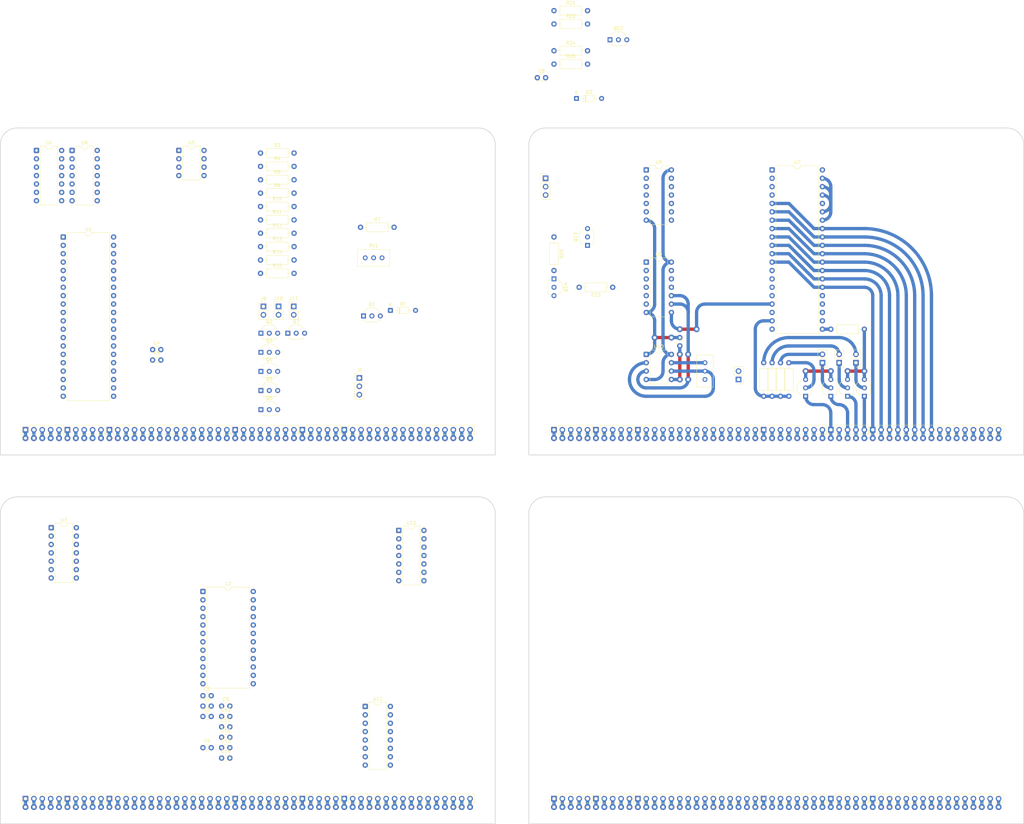
<source format=kicad_pcb>
(kicad_pcb (version 20241229) (generator "pcbnew") (generator_version "9.0")
  (layers (0 "F.Cu" signal) (2 "B.Cu" signal) (13 "F.Paste" user) (15 "B.Paste" user) (5 "F.SilkS" user "F.Silkscreen") (7 "B.SilkS" user "B.Silkscreen") (1 "F.Mask" user) (3 "B.Mask" user) (25 "Edge.Cuts" user))
  (net 0 "")
  (net 1 "+5V")
  (net 2 "GND")
  (net 3 "Net-(U5-THR)")
  (net 4 "Net-(U5-CV)")
  (net 5 "Net-(U10-CV)")
  (net 6 "Net-(U10-THR)")
  (net 7 "/{slash}HOLD")
  (net 8 "/{slash}RESET")
  (net 9 "/HOLDA")
  (net 10 "/DBIN")
  (net 11 "/{slash}MEMIN")
  (net 12 "/READY")
  (net 13 "/{slash}WE")
  (net 14 "/WAIT")
  (net 15 "/AD4")
  (net 16 "/AD7")
  (net 17 "/AD6")
  (net 18 "/AD2")
  (net 19 "/AD9")
  (net 20 "/AD14")
  (net 21 "/AD11")
  (net 22 "/AD15")
  (net 23 "/AD1")
  (net 24 "/AD8")
  (net 25 "/AD13")
  (net 26 "/AD12")
  (net 27 "/AD3")
  (net 28 "/AD10")
  (net 29 "/AD5")
  (net 30 "DA4")
  (net 31 "/DA10")
  (net 32 "/DA14")
  (net 33 "DA5")
  (net 34 "DA2")
  (net 35 "DA1")
  (net 36 "DA7")
  (net 37 "DA6")
  (net 38 "/DA9")
  (net 39 "DA0")
  (net 40 "/DA8")
  (net 41 "/DA12")
  (net 42 "/DA15")
  (net 43 "DA3")
  (net 44 "/DA11")
  (net 45 "/DA13")
  (net 46 "IRQ")
  (net 47 "IC1")
  (net 48 "IC0")
  (net 49 "IC2")
  (net 50 "IC3")
  (net 51 "-5V")
  (net 52 "+12V")
  (net 53 "-12V")
  (net 54 "unconnected-(J7-Pin_1-Pad1)")
  (net 55 "unconnected-(J7-Pin_5-Pad5)")
  (net 56 "unconnected-(J7-Pin_2-Pad2)")
  (net 57 "unconnected-(J7-Pin_4-Pad4)")
  (net 58 "unconnected-(J7-Pin_3-Pad3)")
  (net 59 "Net-(U1-MR)")
  (net 60 "RRD1")
  (net 61 "Net-(U1-DR)")
  (net 63 "Net-(U1-TRO)")
  (net 64 "Net-(U1-RRC)")
  (net 65 "Net-(U1-THRE)")
  (net 66 "Net-(U1-RI)")
  (net 75 "Net-(U3-Pad10)")
  (net 76 "Net-(U3-Pad3)")
  (net 78 "Net-(U5-Q)")
  (net 79 "Net-(Q3-C)")
  (net 81 "Net-(R6-Pad1)")
  (net 82 "Net-(U5-DIS)")
  (net 84 "Net-(U6-Pad3)")
  (net 85 "THRE1")
  (net 86 "Net-(R5-Pad1)")
  (net 89 "Net-(U7-DR)")
  (net 90 "Net-(U7-RRC)")
  (net 92 "Net-(U7-MR)")
  (net 93 "Net-(U7-TRO)")
  (net 95 "Net-(U7-RI)")
  (net 96 "Net-(U7-THRE)")
  (net 98 "Net-(U8-Pad3)")
  (net 99 "Net-(R21-Pad1)")
  (net 100 "THRE2")
  (net 103 "Net-(U10-Q)")
  (net 104 "Net-(Q13-C)")
  (net 106 "Net-(R23-Pad1)")
  (net 107 "Net-(U10-DIS)")
  (net 108 "Net-(Q1-B)")
  (net 109 "Net-(Q2-B)")
  (net 110 "Net-(J6-Pin_1)")
  (net 111 "Net-(D1-K)")
  (net 112 "Net-(Q4-B)")
  (net 113 "Net-(Q8-B)")
  (net 114 "Net-(Q12-B)")
  (net 115 "Net-(Q14-B)")
  (net 116 "Net-(D2-K)")
  (net 117 "Net-(J8-Pin_1)")
  (net 118 "{slash}DRR1")
  (net 119 "{slash}THRL1")
  (net 120 "Net-(U11-A0)")
  (net 121 "Net-(U11-A2)")
  (net 122 "Net-(U11-A1)")
  (net 123 "Net-(U11-E1)")
  (net 124 "{slash}THRL2")
  (net 125 "{slash}DRR2")
  (net 126 "RRD2")
  (net 132 "Net-(U11-O4)")
  (net 133 "Net-(U11-O0)")
  (net 137 "Net-(J9-Pin_2)")
  (net 138 "Net-(J9-Pin_1)")
  (net 139 "Net-(J10-Pin_2)")
  (net 140 "Net-(J10-Pin_1)")
  (net 141 "Net-(J11-Pin_2)")
  (net 142 "Net-(J11-Pin_1)")
  (net 143 "Net-(J12-Pin_2)")
  (net 144 "Net-(J12-Pin_1)")
  (net 145 "Net-(J13-Pin_1)")
  (net 146 "Net-(J13-Pin_2)")
  (net 147 "Net-(J14-Pin_1)")
  (net 148 "Net-(J14-Pin_2)")
  (net 149 "Net-(J6-Pin_2)")
  (net 150 "Net-(J8-Pin_2)")
  (footprint "Capacitor_THT:C_Disc_D3.0mm_W1.6mm_P2.50mm" (layer "F.Cu") (at 196.54 257.65)
    (property "Reference" "C11")
    (property "Value" "C")
  )
  (footprint "Resistor_THT:R_Axial_DIN0207_L6.3mm_D2.5mm_P10.16mm_Horizontal" (layer "F.Cu") (at 208.32 91.89)
    (property "Reference" "R5")
    (property "Value" "10k")
  )
  (footprint "Resistor_THT:R_Axial_DIN0207_L6.3mm_D2.5mm_P10.16mm_Horizontal" (layer "F.Cu") (at 368.3 157.48 90)
    (property "Reference" "R17" (hide yes))
    (property "Value" "10k")
  )
  (footprint "Package_TO_SOT_THT:TO-92_Inline_Wide" (layer "F.Cu") (at 386.08 157.48 90)
    (property "Reference" "Q10" (hide yes))
    (property "Value" "NPN")
  )
  (footprint "Connector_PinHeader_2.54mm:PinHeader_1x05_P2.54mm_Vertical" (layer "F.Cu") (at 297.18 279.4 90)
    (property "Reference" "J5" (hide yes))
    (property "Value" "Conn_01x05_Pin" (hide yes))
  )
  (footprint "Resistor_THT:R_Axial_DIN0207_L6.3mm_D2.5mm_P10.16mm_Horizontal" (layer "F.Cu") (at 297.18 40.64)
    (property "Reference" "R21")
    (property "Value" "10k")
  )
  (footprint "Connector_PinHeader_2.54mm:PinHeader_1x15_P2.54mm_Vertical" (layer "F.Cu") (at 322.58 279.4 90)
    (property "Reference" "J2" (hide yes))
    (property "Value" "Conn_01x15_Pin" (hide yes))
  )
  (footprint "Resistor_THT:R_Axial_DIN0207_L6.3mm_D2.5mm_P10.16mm_Horizontal" (layer "F.Cu") (at 208.32 95.94)
    (property "Reference" "R6")
    (property "Value" "10k")
  )
  (footprint "Capacitor_THT:C_Disc_D3.0mm_W1.6mm_P2.50mm" (layer "F.Cu") (at 196.54 263.95)
    (property "Reference" "C13")
    (property "Value" "C")
  )
  (footprint "Package_DIP:DIP-40_W15.24mm" (layer "F.Cu") (at 148.59 109.22)
    (property "Reference" "U1")
    (property "Value" "TR1602")
  )
  (footprint "Connector_PinHeader_2.54mm:PinHeader_1x05_P2.54mm_Vertical" (layer "F.Cu") (at 137.16 167.64 90)
    (property "Reference" "J5" (hide yes))
    (property "Value" "Conn_01x05_Pin" (hide yes))
  )
  (footprint "Connector_PinHeader_2.54mm:PinHeader_1x16_P2.54mm_Vertical" (layer "F.Cu") (at 393.7 279.4 90)
    (property "Reference" "J3" (hide yes))
    (property "Value" "Conn_01x16_Pin" (hide yes))
  )
  (footprint "Connector_PinHeader_2.54mm:PinHeader_1x05_P2.54mm_Vertical" (layer "F.Cu") (at 220.98 167.64 90)
    (property "Reference" "J4" (hide yes))
    (property "Value" "Conn_01x05_Pin" (hide yes))
  )
  (footprint "Package_DIP:DIP-14_W7.62mm" (layer "F.Cu") (at 250.19 198.12)
    (property "Reference" "U12")
    (property "Value" "74LS04")
  )
  (footprint "Connector_PinHeader_2.54mm:PinHeader_1x02_P2.54mm_Vertical" (layer "F.Cu") (at 209.2 130.27)
    (property "Reference" "J9")
    (property "Value" "Conn_01x02_Pin")
  )
  (footprint "Connector_PinHeader_2.54mm:PinHeader_1x02_P2.54mm_Vertical" (layer "F.Cu") (at 383.54 147.32 180)
    (property "Reference" "J13" (hide yes))
    (property "Value" "Conn_01x02_Pin" (hide yes))
  )
  (footprint "Resistor_THT:R_Axial_DIN0207_L6.3mm_D2.5mm_P10.16mm_Horizontal" (layer "F.Cu") (at 208.32 108.09)
    (property "Reference" "R12")
    (property "Value" "10k")
  )
  (footprint "Package_DIP:DIP-16_W7.62mm" (layer "F.Cu") (at 240.03 251.46)
    (property "Reference" "U11")
    (property "Value" "74LS138")
  )
  (footprint "Resistor_THT:R_Axial_DIN0207_L6.3mm_D2.5mm_P10.16mm_Horizontal" (layer "F.Cu") (at 208.32 120.24)
    (property "Reference" "R15")
    (property "Value" "10k")
  )
  (footprint "Resistor_THT:R_Axial_DIN0207_L6.3mm_D2.5mm_P10.16mm_Horizontal" (layer "F.Cu") (at 365.76 157.48 90)
    (property "Reference" "R18" (hide yes))
    (property "Value" "10k")
  )
  (footprint "Connector_PinHeader_2.54mm:PinHeader_1x16_P2.54mm_Vertical" (layer "F.Cu") (at 393.7 167.64 90)
    (property "Reference" "J3" (hide yes))
    (property "Value" "Conn_01x16_Pin" (hide yes))
  )
  (footprint "Resistor_THT:R_Axial_DIN0207_L6.3mm_D2.5mm_P10.16mm_Horizontal" (layer "F.Cu") (at 314.96 124.46 180)
    (property "Reference" "R23")
    (property "Value" "10k")
  )
  (footprint "Package_TO_SOT_THT:TO-92_Inline_Wide" (layer "F.Cu") (at 297.18 121.92 -90)
    (property "Reference" "Q14")
    (property "Value" "PNP")
  )
  (footprint "Capacitor_THT:C_Disc_D3.0mm_W1.6mm_P2.50mm" (layer "F.Cu") (at 190.89 263.95)
    (property "Reference" "C6")
    (property "Value" "C")
  )
  (footprint "Connector_PinHeader_2.54mm:PinHeader_1x05_P2.54mm_Vertical" (layer "F.Cu") (at 309.88 279.4 90)
    (property "Reference" "J7" (hide yes))
    (property "Value" "Conn_01x05_Pin" (hide yes))
  )
  (footprint "Connector_PinHeader_2.54mm:PinHeader_1x05_P2.54mm_Vertical" (layer "F.Cu") (at 381 167.64 90)
    (property "Reference" "J4" (hide yes))
    (property "Value" "Conn_01x05_Pin" (hide yes))
  )
  (footprint "Package_DIP:DIP-24_W15.24mm" (layer "F.Cu") (at 190.89 216.64)
    (property "Reference" "U2")
    (property "Value" "27C16")
  )
  (footprint "Package_TO_SOT_THT:TO-92_Inline_Wide" (layer "F.Cu") (at 208.44 155.74)
    (property "Reference" "Q5")
    (property "Value" "NPN")
  )
  (footprint "Capacitor_THT:C_Disc_D3.0mm_W1.6mm_P2.50mm" (layer "F.Cu") (at 196.54 260.8)
    (property "Reference" "C12")
    (property "Value" "C")
  )
  (footprint "Connector_PinHeader_2.54mm:PinHeader_1x16_P2.54mm_Vertical" (layer "F.Cu") (at 233.68 167.64 90)
    (property "Reference" "J3" (hide yes))
    (property "Value" "Conn_01x16_Pin" (hide yes))
  )
  (footprint "Potentiometer_THT:Potentiometer_Bourns_3296W_Vertical" (layer "F.Cu") (at 245.11 115.54)
    (property "Reference" "RV1")
    (property "Value" "5k")
  )
  (footprint "Connector_PinHeader_2.54mm:PinHeader_1x05_P2.54mm_Vertical" (layer "F.Cu") (at 137.16 279.4 90)
    (property "Reference" "J5" (hide yes))
    (property "Value" "Conn_01x05_Pin" (hide yes))
  )
  (footprint "Package_DIP:DIP-8_W7.62mm" (layer "F.Cu") (at 183.6 82.99)
    (property "Reference" "U5")
    (property "Value" "NE555P")
  )
  (footprint "Package_TO_SOT_THT:TO-92_Inline_Wide" (layer "F.Cu") (at 391.16 157.48 90)
    (property "Reference" "Q11" (hide yes))
    (property "Value" "NPN")
  )
  (footprint "Package_TO_SOT_THT:TO-92_Inline_Wide" (layer "F.Cu") (at 216.59 138.37)
    (property "Reference" "Q7")
    (property "Value" "NPN")
  )
  (footprint "Connector_PinHeader_2.54mm:PinHeader_1x08_P2.54mm_Vertical" (layer "F.Cu") (at 200.66 167.64 90)
    (property "Reference" "J1" (hide yes))
    (property "Value" "Conn_01x08_Pin" (hide yes))
  )
  (footprint "Potentiometer_THT:Potentiometer_Bourns_3296W_Vertical" (layer "F.Cu") (at 342.9 152.4 -90)
    (property "Reference" "RV2" (hide yes))
    (property "Value" "10k")
  )
  (footprint "Resistor_THT:R_Axial_DIN0207_L6.3mm_D2.5mm_P10.16mm_Horizontal" (layer "F.Cu") (at 208.32 83.79)
    (property "Reference" "R3")
    (property "Value" "4.7k")
  )
  (footprint "Resistor_THT:R_Axial_DIN0207_L6.3mm_D2.5mm_P10.16mm_Horizontal" (layer "F.Cu") (at 238.6 106.28)
    (property "Reference" "R7")
    (property "Value" "10k")
  )
  (footprint "Package_TO_SOT_THT:TO-92_Inline_Wide" (layer "F.Cu") (at 208.44 161.53)
    (property "Reference" "Q6")
    (property "Value" "NPN")
  )
  (footprint "Connector_PinHeader_2.54mm:PinHeader_1x03_P2.54mm_Vertical" (layer "F.Cu") (at 294.64 91.44)
    (property "Reference" "J8" (hide yes))
    (property "Value" "Conn_01x03_Pin" (hide yes))
  )
  (footprint "Capacitor_THT:C_Disc_D3.0mm_W1.6mm_P2.50mm" (layer "F.Cu") (at 196.54 254.5)
    (property "Reference" "C10")
    (property "Value" "C")
  )
  (footprint "Capacitor_THT:C_Disc_D3.0mm_W1.6mm_P2.50mm" (layer "F.Cu") (at 196.54 267.1)
    (property "Reference" "C14")
    (property "Value" "C")
  )
  (footprint "Resistor_THT:R_Axial_DIN0207_L6.3mm_D2.5mm_P10.16mm_Horizontal" (layer "F.Cu") (at 297.18 44.69)
    (property "Reference" "R22")
    (property "Value" "4.7k")
  )
  (footprint "Connector_PinHeader_2.54mm:PinHeader_1x05_P2.54mm_Vertical" (layer "F.Cu") (at 220.98 279.4 90)
    (property "Reference" "J4" (hide yes))
    (property "Value" "Conn_01x05_Pin" (hide yes))
  )
  (footprint "Connector_PinHeader_2.54mm:PinHeader_1x15_P2.54mm_Vertical" (layer "F.Cu") (at 162.56 279.4 90)
    (property "Reference" "J2" (hide yes))
    (property "Value" "Conn_01x15_Pin" (hide yes))
  )
  (footprint "Package_DIP:DIP-40_W15.24mm" (layer "F.Cu") (at 363.22 88.9)
    (property "Reference" "U7")
    (property "Value" "TR1602")
  )
  (footprint "Package_DIP:DIP-14_W7.62mm" (layer "F.Cu") (at 140.48 83)
    (property "Reference" "U4")
    (property "Value" "74LS32")
  )
  (footprint "Resistor_THT:R_Axial_DIN0207_L6.3mm_D2.5mm_P10.16mm_Horizontal" (layer "F.Cu") (at 363.22 157.48 90)
    (property "Reference" "R19" (hide yes))
    (property "Value" "10k")
  )
  (footprint "Connector_PinHeader_2.54mm:PinHeader_1x05_P2.54mm_Vertical" (layer "F.Cu") (at 297.18 167.64 90)
    (property "Reference" "J5" (hide yes))
    (property "Value" "Conn_01x05_Pin" (hide yes))
  )
  (footprint "Package_TO_SOT_THT:TO-92_Inline_Wide" (layer "F.Cu") (at 373.38 157.48 90)
    (property "Reference" "Q8" (hide yes))
    (property "Value" "NPN")
  )
  (footprint "Capacitor_THT:C_Disc_D3.0mm_W1.6mm_P2.50mm" (layer "F.Cu") (at 335.28 139.7 -90)
    (property "Reference" "C7" (hide yes))
    (property "Value" "0.1u")
  )
  (footprint "Package_TO_SOT_THT:TO-92_Inline_Wide" (layer "F.Cu") (at 208.44 149.95)
    (property "Reference" "Q4")
    (property "Value" "NPN")
  )
  (footprint "Connector_PinHeader_2.54mm:PinHeader_1x05_P2.54mm_Vertical" (layer "F.Cu") (at 149.86 167.64 90)
    (property "Reference" "J7" (hide yes))
    (property "Value" "Conn_01x05_Pin" (hide yes))
  )
  (footprint "Connector_PinHeader_2.54mm:PinHeader_1x15_P2.54mm_Vertical" (layer "F.Cu") (at 322.58 167.64 90)
    (property "Reference" "J2" (hide yes))
    (property "Value" "Conn_01x15_Pin" (hide yes))
  )
  (footprint "Capacitor_THT:C_Disc_D3.0mm_W1.6mm_P2.50mm" (layer "F.Cu") (at 196.54 251.35)
    (property "Reference" "C9")
    (property "Value" "C")
  )
  (footprint "Connector_PinHeader_2.54mm:PinHeader_1x16_P2.54mm_Vertical" (layer "F.Cu") (at 233.68 279.4 90)
    (property "Reference" "J3" (hide yes))
    (property "Value" "Conn_01x16_Pin" (hide yes))
  )
  (footprint "Resistor_THT:R_Axial_DIN0207_L6.3mm_D2.5mm_P10.16mm_Horizontal" (layer "F.Cu") (at 297.18 52.79)
    (property "Reference" "R24")
    (property "Value" "10k")
  )
  (footprint "Capacitor_THT:C_Disc_D3.0mm_W1.6mm_P2.50mm" (layer "F.Cu") (at 190.89 248.2)
    (property "Reference" "C1")
    (property "Value" "C")
  )
  (footprint "Diode_THT:D_DO-34_SOD68_P7.62mm_Horizontal" (layer "F.Cu") (at 247.65 131.47)
    (property "Reference" "D1")
    (property "Value" "D")
  )
  (footprint "Connector_PinHeader_2.54mm:PinHeader_1x08_P2.54mm_Vertical" (layer "F.Cu") (at 360.68 167.64 90)
    (property "Reference" "J1" (hide yes))
    (property "Value" "Conn_01x08_Pin" (hide yes))
  )
  (footprint "Connector_PinHeader_2.54mm:PinHeader_1x05_P2.54mm_Vertical" (layer "F.Cu") (at 309.88 167.64 90)
    (property "Reference" "J7" (hide yes))
    (property "Value" "Conn_01x05_Pin" (hide yes))
  )
  (footprint "Package_DIP:DIP-14_W7.62mm" (layer "F.Cu") (at 325.12 116.84)
    (property "Reference" "U9")
    (property "Value" "74LS32")
  )
  (footprint "Resistor_THT:R_Axial_DIN0207_L6.3mm_D2.5mm_P10.16mm_Horizontal" (layer "F.Cu") (at 208.32 116.19)
    (property "Reference" "R14")
    (property "Value" "10k")
  )
  (footprint "Package_DIP:DIP-14_W7.62mm" (layer "F.Cu") (at 144.94 197.3)
    (property "Reference" "U3")
    (property "Value" "74LS00")
  )
  (footprint "Package_TO_SOT_THT:TO-92_Inline_Wide" (layer "F.Cu") (at 208.44 144.16)
    (property "Reference" "Q3")
    (property "Value" "NPN")
  )
  (footprint "Resistor_THT:R_Axial_DIN0207_L6.3mm_D2.5mm_P10.16mm_Horizontal" (layer "F.Cu") (at 360.68 157.48 90)
    (property "Reference" "R20" (hide yes))
    (property "Value" "10k")
  )
  (footprint "Package_TO_SOT_THT:TO-92_Inline_Wide" (layer "F.Cu") (at 381 157.48 90)
    (property "Reference" "Q9" (hide yes))
    (property "Value" "NPN")
  )
  (footprint "Connector_PinHeader_2.54mm:PinHeader_1x02_P2.54mm_Vertical" (layer "F.Cu") (at 388.62 147.32 180)
    (property "Reference" "J14" (hide yes))
    (property "Value" "Conn_01x02_Pin" (hide yes))
  )
  (footprint "Connector_PinHeader_2.54mm:PinHeader_1x02_P2.54mm_Vertical" (layer "F.Cu") (at 213.79 130.27)
    (property "Reference" "J10")
    (property "Value" "Conn_01x02_Pin")
  )
  (footprint "Resistor_THT:R_Axial_DIN0207_L6.3mm_D2.5mm_P10.16mm_Horizontal" (layer "F.Cu") (at 208.32 87.84)
    (property "Reference" "R4")
    (property "Value" "1k")
  )
  (footprint "Package_TO_SOT_THT:TO-92_Inline_Wide" (layer "F.Cu") (at 314.15 49.47)
    (property "Reference" "Q12")
    (property "Value" "NPN")
  )
  (footprint "Package_DIP:DIP-8_W7.62mm" (layer "F.Cu") (at 325.12 144.78)
    (property "Reference" "U10")
    (property "Value" "NE555P")
  )
  (footprint "Connector_PinHeader_2.54mm:PinHeader_1x03_P2.54mm_Vertical" (layer "F.Cu") (at 238.25 151.93)
    (property "Reference" "J6")
    (property "Value" "Conn_01x03_Pin")
  )
  (footprint "Resistor_THT:R_Axial_DIN0207_L6.3mm_D2.5mm_P10.16mm_Horizontal" (layer "F.Cu") (at 208.32 112.14)
    (property "Reference" "R13")
    (property "Value" "10k")
  )
  (footprint "Package_TO_SOT_THT:TO-92_Inline_Wide" (layer "F.Cu") (at 239.51 133.15)
    (property "Reference" "Q1")
    (property "Value" "NPN")
  )
  (footprint "Capacitor_THT:C_Disc_D3.0mm_W1.6mm_P2.50mm" (layer "F.Cu") (at 175.65 146.5)
    (property "Reference" "C5")
    (property "Value" "0.1u")
  )
  (footprint "Package_DIP:DIP-14_W7.62mm" (layer "F.Cu") (at 325.12 88.9)
    (property "Reference" "U8")
    (property "Value" "74LS00")
  )
  (footprint "Connector_PinHeader_2.54mm:PinHeader_1x02_P2.54mm_Vertical" (layer "F.Cu") (at 378.46 147.32 180)
    (property "Reference" "J12" (hide yes))
    (property "Value" "Conn_01x02_Pin" (hide yes))
  )
  (footprint "Connector_PinHeader_2.54mm:PinHeader_1x15_P2.54mm_Vertical" (layer "F.Cu") (at 162.56 167.64 90)
    (property "Reference" "J2" (hide yes))
    (property "Value" "Conn_01x15_Pin" (hide yes))
  )
  (footprint "Capacitor_THT:C_Disc_D3.0mm_W1.6mm_P2.50mm" (layer "F.Cu") (at 190.89 251.35)
    (property "Reference" "C2")
    (property "Value" "C")
  )
  (footprint "Capacitor_THT:C_Disc_D3.0mm_W1.6mm_P2.50mm" (layer "F.Cu") (at 190.89 254.5)
    (property "Reference" "C3")
    (property "Value" "C")
  )
  (footprint "Connector_PinHeader_2.54mm:PinHeader_1x05_P2.54mm_Vertical" (layer "F.Cu") (at 149.86 279.4 90)
    (property "Reference" "J7" (hide yes))
    (property "Value" "Conn_01x05_Pin" (hide yes))
  )
  (footprint "Capacitor_THT:C_Disc_D3.0mm_W1.6mm_P2.50mm" (layer "F.Cu") (at 292.14 60.96)
    (property "Reference" "C8")
    (property "Value" "10nF")
  )
  (footprint "Resistor_THT:R_Axial_DIN0207_L6.3mm_D2.5mm_P10.16mm_Horizontal" (layer "F.Cu") (at 391.16 137.16 180)
    (property "Reference" "R16" (hide yes))
    (property "Value" "4.7k")
  )
  (footprint "Package_TO_SOT_THT:TO-92_Inline_Wide" (layer "F.Cu") (at 208.44 138.37)
    (property "Reference" "Q2")
    (property "Value" "PNP")
  )
  (footprint "Package_TO_SOT_THT:TO-92_Inline_Wide" (layer "F.Cu") (at 307.34 111.76 90)
    (property "Reference" "Q13")
    (property "Value" "NPN")
  )
  (footprint "Connector_PinHeader_2.54mm:PinHeader_1x05_P2.54mm_Vertical" (layer "F.Cu") (at 381 279.4 90)
    (property "Reference" "J4" (hide yes))
    (property "Value" "Conn_01x05_Pin" (hide yes))
  )
  (footprint "Resistor_THT:R_Axial_DIN0207_L6.3mm_D2.5mm_P10.16mm_Horizontal" (layer "F.Cu") (at 297.18 56.84)
    (property "Reference" "R26")
    (property "Value" "1k")
  )
  (footprint "Connector_PinHeader_2.54mm:PinHeader_1x02_P2.54mm_Vertical" (layer "F.Cu") (at 353.06 152.4 180)
    (property "Reference" "J14" (hide yes))
    (property "Value" "Conn_01x02_Pin" (hide yes))
  )
  (footprint "Connector_PinHeader_2.54mm:PinHeader_1x08_P2.54mm_Vertical" (layer "F.Cu") (at 360.68 279.4 90)
    (property "Reference" "J1" (hide yes))
    (property "Value" "Conn_01x08_Pin" (hide yes))
  )
  (footprint "Resistor_THT:R_Axial_DIN0207_L6.3mm_D2.5mm_P10.16mm_Horizontal" (layer "F.Cu") (at 208.32 104.04)
    (property "Reference" "R11")
    (property "Value" "4.7k")
  )
  (footprint "Capacitor_THT:C_Disc_D3.0mm_W1.6mm_P2.50mm" (layer "F.Cu") (at 175.65 143.35)
    (property "Reference" "C4")
    (property "Value" "470nF")
  )
  (footprint "Package_DIP:DIP-14_W7.62mm" (layer "F.Cu") (at 151.26 83)
    (property "Reference" "U6")
    (property "Value" "74LS00")
  )
  (footprint "Connector_PinHeader_2.54mm:PinHeader_1x02_P2.54mm_Vertical" (layer "F.Cu") (at 218.38 130.27)
    (property "Reference" "J11")
    (property "Value" "Conn_01x02_Pin")
  )
  (footprint "Connector_PinHeader_2.54mm:PinHeader_1x08_P2.54mm_Vertical" (layer "F.Cu") (at 200.66 279.4 90)
    (property "Reference" "J1" (hide yes))
    (property "Value" "Conn_01x08_Pin" (hide yes))
  )
  (footprint "Resistor_THT:R_Axial_DIN0207_L6.3mm_D2.5mm_P10.16mm_Horizontal" (layer "F.Cu") (at 297.18 109.22 -90)
    (property "Reference" "R25")
    (property "Value" "10k")
  )
  (footprint "Diode_THT:D_DO-34_SOD68_P7.62mm_Horizontal" (layer "F.Cu") (at 303.99 67.25)
    (property "Reference" "D2")
    (property "Value" "D")
  )
  (footprint "Resistor_THT:R_Axial_DIN0207_L6.3mm_D2.5mm_P10.16mm_Horizontal" (layer "F.Cu") (at 208.32 99.99)
    (property "Reference" "R10")
    (property "Value" "10k")
  )
  (gr_arc (start 289.56 193.04) (mid 291.047898 189.447898) (end 294.64 187.96) (stroke (width 0.2)) (layer "Edge.Cuts"))
  (gr_line (start 289.56 81.28) (end 289.56 175.26) (stroke (width 0.2)) (layer "Edge.Cuts"))
  (gr_line (start 279.4 287.02) (end 279.4 193.04) (stroke (width 0.2)) (layer "Edge.Cuts"))
  (gr_arc (start 434.34 187.96) (mid 437.932102 189.447898) (end 439.42 193.04) (stroke (width 0.2)) (layer "Edge.Cuts"))
  (gr_arc (start 129.54 81.28) (mid 131.027898 77.687898) (end 134.62 76.2) (stroke (width 0.2)) (layer "Edge.Cuts"))
  (gr_line (start 434.34 187.96) (end 294.64 187.96) (stroke (width 0.2)) (layer "Edge.Cuts"))
  (gr_line (start 274.32 187.96) (end 134.62 187.96) (stroke (width 0.2)) (layer "Edge.Cuts"))
  (gr_line (start 129.54 287.02) (end 279.4 287.02) (stroke (width 0.2)) (layer "Edge.Cuts"))
  (gr_line (start 279.4 175.26) (end 279.4 81.28) (stroke (width 0.2)) (layer "Edge.Cuts"))
  (gr_line (start 129.54 81.28) (end 129.54 175.26) (stroke (width 0.2)) (layer "Edge.Cuts"))
  (gr_line (start 129.54 193.04) (end 129.54 287.02) (stroke (width 0.2)) (layer "Edge.Cuts"))
  (gr_arc (start 274.32 187.96) (mid 277.912102 189.447898) (end 279.4 193.04) (stroke (width 0.2)) (layer "Edge.Cuts"))
  (gr_line (start 274.32 76.2) (end 134.62 76.2) (stroke (width 0.2)) (layer "Edge.Cuts"))
  (gr_line (start 289.56 287.02) (end 439.42 287.02) (stroke (width 0.2)) (layer "Edge.Cuts"))
  (gr_arc (start 289.56 81.28) (mid 291.047898 77.687898) (end 294.64 76.2) (stroke (width 0.2)) (layer "Edge.Cuts"))
  (gr_line (start 439.42 175.26) (end 439.42 81.28) (stroke (width 0.2)) (layer "Edge.Cuts"))
  (gr_arc (start 434.34 76.2) (mid 437.932102 77.687898) (end 439.42 81.28) (stroke (width 0.2)) (layer "Edge.Cuts"))
  (gr_line (start 289.56 193.04) (end 289.56 287.02) (stroke (width 0.2)) (layer "Edge.Cuts"))
  (gr_arc (start 129.54 193.04) (mid 131.027898 189.447898) (end 134.62 187.96) (stroke (width 0.2)) (layer "Edge.Cuts"))
  (gr_arc (start 274.32 76.2) (mid 277.912102 77.687898) (end 279.4 81.28) (stroke (width 0.2)) (layer "Edge.Cuts"))
  (gr_line (start 129.54 175.26) (end 279.4 175.26) (stroke (width 0.2)) (layer "Edge.Cuts"))
  (gr_line (start 434.34 76.2) (end 294.64 76.2) (stroke (width 0.2)) (layer "Edge.Cuts"))
  (gr_line (start 289.56 175.26) (end 439.42 175.26) (stroke (width 0.2)) (layer "Edge.Cuts"))
  (gr_line (start 439.42 287.02) (end 439.42 193.04) (stroke (width 0.2)) (layer "Edge.Cuts"))
  (via (at 142.24 170.18) (size 1.8) (drill 0.9) (layers "F.Cu" "B.Cu") (net 1))
  (via (at 302.26 170.18) (size 1.8) (drill 0.9) (layers "F.Cu" "B.Cu") (net 1))
  (via (at 142.24 281.94) (size 1.8) (drill 0.9) (layers "F.Cu" "B.Cu") (net 1))
  (via (at 302.26 281.94) (size 1.8) (drill 0.9) (layers "F.Cu" "B.Cu") (net 1))
  (segment (start 330.2 149.86) (end 330.2 147.32) (width 1) (layer "B.Cu") (net 1))
  (segment (start 381 93.98) (end 381 96.52) (width 1) (layer "B.Cu") (net 1))
  (segment (start 142.24 170.18) (end 142.24 167.64) (width 1) (layer "B.Cu") (net 1))
  (segment (start 302.26 281.94) (end 302.26 279.4) (width 1) (layer "B.Cu") (net 1))
  (segment (start 302.26 170.18) (end 302.26 167.64) (width 1) (layer "B.Cu") (net 1))
  (segment (start 381 96.52) (end 381 99.06) (width 1) (layer "B.Cu") (net 1))
  (segment (start 142.24 281.94) (end 142.24 279.4) (width 1) (layer "B.Cu") (net 1))
  (segment (start 330.2 142.24) (end 330.2 119.38) (width 1) (layer "B.Cu") (net 1))
  (segment (start 381 101.6) (end 381 99.06) (width 1) (layer "B.Cu") (net 1))
  (segment (start 325.12 152.4) (end 327.66 152.4) (width 1) (layer "B.Cu") (net 1))
  (segment (start 330.2 114.3) (end 330.2 91.44) (width 1) (layer "B.Cu") (net 1))
  (arc (start 330.2 91.44) (mid 330.943949 89.643949) (end 332.74 88.9) (width 1) (layer "B.Cu") (net 1))
  (arc (start 327.66 152.4) (mid 329.456051 151.656051) (end 330.2 149.86) (width 1) (layer "B.Cu") (net 1))
  (arc (start 332.74 116.84) (mid 330.943949 116.096051) (end 330.2 114.3) (width 1) (layer "B.Cu") (net 1))
  (arc (start 330.2 147.32) (mid 330.943949 145.523949) (end 332.74 144.78) (width 1) (layer "B.Cu") (net 1))
  (arc (start 332.74 144.78) (mid 330.943949 144.036051) (end 330.2 142.24) (width 1) (layer "B.Cu") (net 1))
  (arc (start 381 99.06) (mid 380.256051 97.263949) (end 378.46 96.52) (width 1) (layer "B.Cu") (net 1))
  (arc (start 378.46 101.6) (mid 380.256051 100.856051) (end 381 99.06) (width 1) (layer "B.Cu") (net 1))
  (arc (start 378.46 104.14) (mid 380.256051 103.396051) (end 381 101.6) (width 1) (layer "B.Cu") (net 1))
  (arc (start 378.46 93.98) (mid 380.256051 94.723949) (end 381 96.52) (width 1) (layer "B.Cu") (net 1))
  (arc (start 330.2 119.38) (mid 330.943949 117.583949) (end 332.74 116.84) (width 1) (layer "B.Cu") (net 1))
  (arc (start 378.46 91.44) (mid 380.256051 92.183949) (end 381 93.98) (width 1) (layer "B.Cu") (net 1))
  (segment (start 381 149.86) (end 373.38 149.86) (width 1) (layer "F.Cu") (net 2))
  (segment (start 332.74 139.7) (end 327.66 139.7) (width 1) (layer "F.Cu") (net 2))
  (segment (start 386.08 149.86) (end 391.16 149.86) (width 1) (layer "F.Cu") (net 2))
  (via (at 391.16 149.86) (size 1.8) (drill 0.9) (layers "F.Cu" "B.Cu") (net 2))
  (via (at 327.66 139.7) (size 1.8) (drill 0.9) (layers "F.Cu" "B.Cu") (net 2))
  (via (at 373.38 149.86) (size 1.8) (drill 0.9) (layers "F.Cu" "B.Cu") (net 2))
  (via (at 307.34 281.94) (size 1.8) (drill 0.9) (layers "F.Cu" "B.Cu") (net 2))
  (via (at 147.32 281.94) (size 1.8) (drill 0.9) (layers "F.Cu" "B.Cu") (net 2))
  (via (at 307.34 170.18) (size 1.8) (drill 0.9) (layers "F.Cu" "B.Cu") (net 2))
  (via (at 386.08 149.86) (size 1.8) (drill 0.9) (layers "F.Cu" "B.Cu") (net 2))
  (via (at 332.74 139.7) (size 1.8) (drill 0.9) (layers "F.Cu" "B.Cu") (net 2))
  (via (at 147.32 170.18) (size 1.8) (drill 0.9) (layers "F.Cu" "B.Cu") (net 2))
  (via (at 381 149.86) (size 1.8) (drill 0.9) (layers "F.Cu" "B.Cu") (net 2))
  (segment (start 391.16 137.16) (end 391.16 149.86) (width 1) (layer "B.Cu") (net 2))
  (segment (start 381 152.4) (end 381 149.86) (width 1) (layer "B.Cu") (net 2))
  (segment (start 327.66 139.7) (end 327.66 134.62) (width 1) (layer "B.Cu") (net 2))
  (segment (start 327.66 142.24) (end 327.66 139.7) (width 1) (layer "B.Cu") (net 2))
  (segment (start 335.28 139.7) (end 332.74 139.7) (width 1) (layer "B.Cu") (net 2))
  (segment (start 373.38 152.4) (end 373.38 149.86) (width 1) (layer "B.Cu") (net 2))
  (segment (start 147.32 281.94) (end 147.32 279.4) (width 1) (layer "B.Cu") (net 2))
  (segment (start 391.16 149.86) (end 391.16 152.4) (width 1) (layer "B.Cu") (net 2))
  (segment (start 386.08 152.4) (end 386.08 149.86) (width 1) (layer "B.Cu") (net 2))
  (segment (start 307.34 170.18) (end 307.34 167.64) (width 1) (layer "B.Cu") (net 2))
  (segment (start 327.66 106.68) (end 327.66 129.54) (width 1) (layer "B.Cu") (net 2))
  (segment (start 147.32 170.18) (end 147.32 167.64) (width 1) (layer "B.Cu") (net 2))
  (segment (start 307.34 281.94) (end 307.34 279.4) (width 1) (layer "B.Cu") (net 2))
  (arc (start 325.12 132.08) (mid 326.916051 131.336051) (end 327.66 129.54) (width 1) (layer "B.Cu") (net 2))
  (arc (start 327.66 134.62) (mid 326.916051 132.823949) (end 325.12 132.08) (width 1) (layer "B.Cu") (net 2))
  (arc (start 325.12 104.14) (mid 326.916051 104.883949) (end 327.66 106.68) (width 1) (layer "B.Cu") (net 2))
  (arc (start 325.12 144.78) (mid 326.916051 144.036051) (end 327.66 142.24) (width 1) (layer "B.Cu") (net 2))
  (segment (start 335.28 152.4) (end 335.28 144.78) (width 1) (layer "F.Cu") (net 5))
  (via (at 335.28 152.4) (size 1.8) (drill 0.9) (layers "F.Cu" "B.Cu") (net 5))
  (via (at 335.28 144.78) (size 1.8) (drill 0.9) (layers "F.Cu" "B.Cu") (net 5))
  (segment (start 335.28 144.78) (end 335.28 142.2) (width 1) (layer "B.Cu") (net 5))
  (segment (start 332.74 152.4) (end 335.28 152.4) (width 1) (layer "B.Cu") (net 5))
  (segment (start 345.44 152.4) (end 345.44 154.94) (width 1) (layer "B.Cu") (net 6))
  (segment (start 342.9 157.48) (end 325.12 157.48) (width 1) (layer "B.Cu") (net 6))
  (segment (start 342.9 149.86) (end 332.74 149.86) (width 1) (layer "B.Cu") (net 6))
  (arc (start 320.04 152.4) (mid 321.527898 148.807898) (end 325.12 147.32) (width 1) (layer "B.Cu") (net 6))
  (arc (start 345.44 154.94) (mid 344.696051 156.736051) (end 342.9 157.48) (width 1) (layer "B.Cu") (net 6))
  (arc (start 342.9 149.86) (mid 344.696051 150.603949) (end 345.44 152.4) (width 1) (layer "B.Cu") (net 6))
  (arc (start 325.12 157.48) (mid 321.527898 155.992102) (end 320.04 152.4) (width 1) (layer "B.Cu") (net 6))
  (via (at 210.82 281.94) (size 1.8) (drill 0.9) (layers "F.Cu" "B.Cu") (net 7))
  (via (at 210.82 170.18) (size 1.8) (drill 0.9) (layers "F.Cu" "B.Cu") (net 7))
  (via (at 370.84 170.18) (size 1.8) (drill 0.9) (layers "F.Cu" "B.Cu") (net 7))
  (via (at 370.84 281.94) (size 1.8) (drill 0.9) (layers "F.Cu" "B.Cu") (net 7))
  (segment (start 210.82 281.94) (end 210.82 279.4) (width 1) (layer "B.Cu") (net 7))
  (segment (start 370.84 170.18) (end 370.84 167.64) (width 1) (layer "B.Cu") (net 7))
  (segment (start 210.82 170.18) (end 210.82 167.64) (width 1) (layer "B.Cu") (net 7))
  (segment (start 370.84 281.94) (end 370.84 279.4) (width 1) (layer "B.Cu") (net 7))
  (via (at 378.46 170.18) (size 1.8) (drill 0.9) (layers "F.Cu" "B.Cu") (net 8))
  (via (at 218.44 281.94) (size 1.8) (drill 0.9) (layers "F.Cu" "B.Cu") (net 8))
  (via (at 378.46 281.94) (size 1.8) (drill 0.9) (layers "F.Cu" "B.Cu") (net 8))
  (via (at 218.44 170.18) (size 1.8) (drill 0.9) (layers "F.Cu" "B.Cu") (net 8))
  (segment (start 218.44 170.18) (end 218.44 167.64) (width 1) (layer "B.Cu") (net 8))
  (segment (start 378.46 170.18) (end 378.46 167.64) (width 1) (layer "B.Cu") (net 8))
  (segment (start 218.44 281.94) (end 218.44 279.4) (width 1) (layer "B.Cu") (net 8))
  (segment (start 378.46 281.94) (end 378.46 279.4) (width 1) (layer "B.Cu") (net 8))
  (via (at 375.92 281.94) (size 1.8) (drill 0.9) (layers "F.Cu" "B.Cu") (net 9))
  (via (at 215.9 281.94) (size 1.8) (drill 0.9) (layers "F.Cu" "B.Cu") (net 9))
  (via (at 375.92 170.18) (size 1.8) (drill 0.9) (layers "F.Cu" "B.Cu") (net 9))
  (via (at 215.9 170.18) (size 1.8) (drill 0.9) (layers "F.Cu" "B.Cu") (net 9))
  (segment (start 215.9 281.94) (end 215.9 279.4) (width 1) (layer "B.Cu") (net 9))
  (segment (start 375.92 281.94) (end 375.92 279.4) (width 1) (layer "B.Cu") (net 9))
  (segment (start 375.92 170.18) (end 375.92 167.64) (width 1) (layer "B.Cu") (net 9))
  (segment (start 215.9 170.18) (end 215.9 167.64) (width 1) (layer "B.Cu") (net 9))
  (via (at 360.68 170.18) (size 1.8) (drill 0.9) (layers "F.Cu" "B.Cu") (net 10))
  (via (at 360.68 281.94) (size 1.8) (drill 0.9) (layers "F.Cu" "B.Cu") (net 10))
  (via (at 200.66 281.94) (size 1.8) (drill 0.9) (layers "F.Cu" "B.Cu") (net 10))
  (via (at 200.66 170.18) (size 1.8) (drill 0.9) (layers "F.Cu" "B.Cu") (net 10))
  (segment (start 200.66 281.94) (end 200.66 279.4) (width 1) (layer "B.Cu") (net 10))
  (segment (start 200.66 170.18) (end 200.66 167.64) (width 1) (layer "B.Cu") (net 10))
  (segment (start 360.68 170.18) (end 360.68 167.64) (width 1) (layer "B.Cu") (net 10))
  (segment (start 360.68 281.94) (end 360.68 279.4) (width 1) (layer "B.Cu") (net 10))
  (via (at 203.2 281.94) (size 1.8) (drill 0.9) (layers "F.Cu" "B.Cu") (net 11))
  (via (at 363.22 281.94) (size 1.8) (drill 0.9) (layers "F.Cu" "B.Cu") (net 11))
  (via (at 363.22 170.18) (size 1.8) (drill 0.9) (layers "F.Cu" "B.Cu") (net 11))
  (via (at 203.2 170.18) (size 1.8) (drill 0.9) (layers "F.Cu" "B.Cu") (net 11))
  (segment (start 203.2 281.94) (end 203.2 279.4) (width 1) (layer "B.Cu") (net 11))
  (segment (start 363.22 281.94) (end 363.22 279.4) (width 1) (layer "B.Cu") (net 11))
  (segment (start 363.22 170.18) (end 363.22 167.64) (width 1) (layer "B.Cu") (net 11))
  (segment (start 203.2 170.18) (end 203.2 167.64) (width 1) (layer "B.Cu") (net 11))
  (via (at 205.74 281.94) (size 1.8) (drill 0.9) (layers "F.Cu" "B.Cu") (net 12))
  (via (at 365.76 170.18) (size 1.8) (drill 0.9) (layers "F.Cu" "B.Cu") (net 12))
  (via (at 365.76 281.94) (size 1.8) (drill 0.9) (layers "F.Cu" "B.Cu") (net 12))
  (via (at 205.74 170.18) (size 1.8) (drill 0.9) (layers "F.Cu" "B.Cu") (net 12))
  (segment (start 365.76 281.94) (end 365.76 279.4) (width 1) (layer "B.Cu") (net 12))
  (segment (start 205.74 281.94) (end 205.74 279.4) (width 1) (layer "B.Cu") (net 12))
  (segment (start 205.74 170.18) (end 205.74 167.64) (width 1) (layer "B.Cu") (net 12))
  (segment (start 365.76 170.18) (end 365.76 167.64) (width 1) (layer "B.Cu") (net 12))
  (via (at 208.28 170.18) (size 1.8) (drill 0.9) (layers "F.Cu" "B.Cu") (net 13))
  (via (at 208.28 281.94) (size 1.8) (drill 0.9) (layers "F.Cu" "B.Cu") (net 13))
  (via (at 368.3 281.94) (size 1.8) (drill 0.9) (layers "F.Cu" "B.Cu") (net 13))
  (via (at 368.3 170.18) (size 1.8) (drill 0.9) (layers "F.Cu" "B.Cu") (net 13))
  (segment (start 368.3 281.94) (end 368.3 279.4) (width 1) (layer "B.Cu") (net 13))
  (segment (start 208.28 170.18) (end 208.28 167.64) (width 1) (layer "B.Cu") (net 13))
  (segment (start 208.28 281.94) (end 208.28 279.4) (width 1) (layer "B.Cu") (net 13))
  (segment (start 368.3 170.18) (end 368.3 167.64) (width 1) (layer "B.Cu") (net 13))
  (via (at 213.36 281.94) (size 1.8) (drill 0.9) (layers "F.Cu" "B.Cu") (net 14))
  (via (at 373.38 281.94) (size 1.8) (drill 0.9) (layers "F.Cu" "B.Cu") (net 14))
  (via (at 213.36 170.18) (size 1.8) (drill 0.9) (layers "F.Cu" "B.Cu") (net 14))
  (via (at 373.38 170.18) (size 1.8) (drill 0.9) (layers "F.Cu" "B.Cu") (net 14))
  (segment (start 373.38 170.18) (end 373.38 167.64) (width 1) (layer "B.Cu") (net 14))
  (segment (start 213.36 281.94) (end 213.36 279.4) (width 1) (layer "B.Cu") (net 14))
  (segment (start 213.36 170.18) (end 213.36 167.64) (width 1) (layer "B.Cu") (net 14))
  (segment (start 373.38 281.94) (end 373.38 279.4) (width 1) (layer "B.Cu") (net 14))
  (via (at 170.18 170.18) (size 1.8) (drill 0.9) (layers "F.Cu" "B.Cu") (net 15))
  (via (at 330.2 170.18) (size 1.8) (drill 0.9) (layers "F.Cu" "B.Cu") (net 15))
  (via (at 330.2 281.94) (size 1.8) (drill 0.9) (layers "F.Cu" "B.Cu") (net 15))
  (via (at 170.18 281.94) (size 1.8) (drill 0.9) (layers "F.Cu" "B.Cu") (net 15))
  (segment (start 330.2 281.94) (end 330.2 279.4) (width 1) (layer "B.Cu") (net 15))
  (segment (start 330.2 170.18) (end 330.2 167.64) (width 1) (layer "B.Cu") (net 15))
  (segment (start 170.18 170.18) (end 170.18 167.64) (width 1) (layer "B.Cu") (net 15))
  (segment (start 170.18 281.94) (end 170.18 279.4) (width 1) (layer "B.Cu") (net 15))
  (via (at 177.8 281.94) (size 1.8) (drill 0.9) (layers "F.Cu" "B.Cu") (net 16))
  (via (at 177.8 170.18) (size 1.8) (drill 0.9) (layers "F.Cu" "B.Cu") (net 16))
  (via (at 337.82 170.18) (size 1.8) (drill 0.9) (layers "F.Cu" "B.Cu") (net 16))
  (via (at 337.82 281.94) (size 1.8) (drill 0.9) (layers "F.Cu" "B.Cu") (net 16))
  (segment (start 177.8 281.94) (end 177.8 279.4) (width 1) (layer "B.Cu") (net 16))
  (segment (start 337.82 281.94) (end 337.82 279.4) (width 1) (layer "B.Cu") (net 16))
  (segment (start 177.8 170.18) (end 177.8 167.64) (width 1) (layer "B.Cu") (net 16))
  (segment (start 337.82 170.18) (end 337.82 167.64) (width 1) (layer "B.Cu") (net 16))
  (via (at 175.26 170.18) (size 1.8) (drill 0.9) (layers "F.Cu" "B.Cu") (net 17))
  (via (at 335.28 281.94) (size 1.8) (drill 0.9) (layers "F.Cu" "B.Cu") (net 17))
  (via (at 335.28 170.18) (size 1.8) (drill 0.9) (layers "F.Cu" "B.Cu") (net 17))
  (via (at 175.26 281.94) (size 1.8) (drill 0.9) (layers "F.Cu" "B.Cu") (net 17))
  (segment (start 335.28 281.94) (end 335.28 279.4) (width 1) (layer "B.Cu") (net 17))
  (segment (start 335.28 170.18) (end 335.28 167.64) (width 1) (layer "B.Cu") (net 17))
  (segment (start 175.26 281.94) (end 175.26 279.4) (width 1) (layer "B.Cu") (net 17))
  (segment (start 175.26 170.18) (end 175.26 167.64) (width 1) (layer "B.Cu") (net 17))
  (via (at 165.1 170.18) (size 1.8) (drill 0.9) (layers "F.Cu" "B.Cu") (net 18))
  (via (at 325.12 281.94) (size 1.8) (drill 0.9) (layers "F.Cu" "B.Cu") (net 18))
  (via (at 165.1 281.94) (size 1.8) (drill 0.9) (layers "F.Cu" "B.Cu") (net 18))
  (via (at 325.12 170.18) (size 1.8) (drill 0.9) (layers "F.Cu" "B.Cu") (net 18))
  (segment (start 165.1 281.94) (end 165.1 279.4) (width 1) (layer "B.Cu") (net 18))
  (segment (start 325.12 281.94) (end 325.12 279.4) (width 1) (layer "B.Cu") (net 18))
  (segment (start 325.12 170.18) (end 325.12 167.64) (width 1) (layer "B.Cu") (net 18))
  (segment (start 165.1 170.18) (end 165.1 167.64) (width 1) (layer "B.Cu") (net 18))
  (via (at 342.9 281.94) (size 1.8) (drill 0.9) (layers "F.Cu" "B.Cu") (net 19))
  (via (at 342.9 170.18) (size 1.8) (drill 0.9) (layers "F.Cu" "B.Cu") (net 19))
  (via (at 182.88 170.18) (size 1.8) (drill 0.9) (layers "F.Cu" "B.Cu") (net 19))
  (via (at 182.88 281.94) (size 1.8) (drill 0.9) (layers "F.Cu" "B.Cu") (net 19))
  (segment (start 182.88 281.94) (end 182.88 279.4) (width 1) (layer "B.Cu") (net 19))
  (segment (start 182.88 170.18) (end 182.88 167.64) (width 1) (layer "B.Cu") (net 19))
  (segment (start 342.9 281.94) (end 342.9 279.4) (width 1) (layer "B.Cu") (net 19))
  (segment (start 342.9 170.18) (end 342.9 167.64) (width 1) (layer "B.Cu") (net 19))
  (via (at 355.6 170.18) (size 1.8) (drill 0.9) (layers "F.Cu" "B.Cu") (net 20))
  (via (at 195.58 170.18) (size 1.8) (drill 0.9) (layers "F.Cu" "B.Cu") (net 20))
  (via (at 195.58 281.94) (size 1.8) (drill 0.9) (layers "F.Cu" "B.Cu") (net 20))
  (via (at 355.6 281.94) (size 1.8) (drill 0.9) (layers "F.Cu" "B.Cu") (net 20))
  (segment (start 195.58 281.94) (end 195.58 279.4) (width 1) (layer "B.Cu") (net 20))
  (segment (start 355.6 170.18) (end 355.6 167.64) (width 1) (layer "B.Cu") (net 20))
  (segment (start 355.6 281.94) (end 355.6 279.4) (width 1) (layer "B.Cu") (net 20))
  (segment (start 195.58 170.18) (end 195.58 167.64) (width 1) (layer "B.Cu") (net 20))
  (via (at 347.98 170.18) (size 1.8) (drill 0.9) (layers "F.Cu" "B.Cu") (net 21))
  (via (at 187.96 281.94) (size 1.8) (drill 0.9) (layers "F.Cu" "B.Cu") (net 21))
  (via (at 347.98 281.94) (size 1.8) (drill 0.9) (layers "F.Cu" "B.Cu") (net 21))
  (via (at 187.96 170.18) (size 1.8) (drill 0.9) (layers "F.Cu" "B.Cu") (net 21))
  (segment (start 187.96 170.18) (end 187.96 167.64) (width 1) (layer "B.Cu") (net 21))
  (segment (start 347.98 170.18) (end 347.98 167.64) (width 1) (layer "B.Cu") (net 21))
  (segment (start 187.96 281.94) (end 187.96 279.4) (width 1) (layer "B.Cu") (net 21))
  (segment (start 347.98 281.94) (end 347.98 279.4) (width 1) (layer "B.Cu") (net 21))
  (via (at 198.12 170.18) (size 1.8) (drill 0.9) (layers "F.Cu" "B.Cu") (net 22))
  (via (at 358.14 281.94) (size 1.8) (drill 0.9) (layers "F.Cu" "B.Cu") (net 22))
  (via (at 358.14 170.18) (size 1.8) (drill 0.9) (layers "F.Cu" "B.Cu") (net 22))
  (via (at 198.12 281.94) (size 1.8) (drill 0.9) (layers "F.Cu" "B.Cu") (net 22))
  (segment (start 358.14 170.18) (end 358.14 167.64) (width 1) (layer "B.Cu") (net 22))
  (segment (start 358.14 281.94) (end 358.14 279.4) (width 1) (layer "B.Cu") (net 22))
  (segment (start 198.12 170.18) (end 198.12 167.64) (width 1) (layer "B.Cu") (net 22))
  (segment (start 198.12 281.94) (end 198.12 279.4) (width 1) (layer "B.Cu") (net 22))
  (via (at 322.58 170.18) (size 1.8) (drill 0.9) (layers "F.Cu" "B.Cu") (net 23))
  (via (at 322.58 281.94) (size 1.8) (drill 0.9) (layers "F.Cu" "B.Cu") (net 23))
  (via (at 162.56 281.94) (size 1.8) (drill 0.9) (layers "F.Cu" "B.Cu") (net 23))
  (via (at 162.56 170.18) (size 1.8) (drill 0.9) (layers "F.Cu" "B.Cu") (net 23))
  (segment (start 322.58 281.94) (end 322.58 279.4) (width 1) (layer "B.Cu") (net 23))
  (segment (start 322.58 170.18) (end 322.58 167.64) (width 1) (layer "B.Cu") (net 23))
  (segment (start 162.56 281.94) (end 162.56 279.4) (width 1) (layer "B.Cu") (net 23))
  (segment (start 162.56 170.18) (end 162.56 167.64) (width 1) (layer "B.Cu") (net 23))
  (via (at 180.34 281.94) (size 1.8) (drill 0.9) (layers "F.Cu" "B.Cu") (net 24))
  (via (at 340.36 170.18) (size 1.8) (drill 0.9) (layers "F.Cu" "B.Cu") (net 24))
  (via (at 340.36 281.94) (size 1.8) (drill 0.9) (layers "F.Cu" "B.Cu") (net 24))
  (via (at 180.34 170.18) (size 1.8) (drill 0.9) (layers "F.Cu" "B.Cu") (net 24))
  (segment (start 180.34 281.94) (end 180.34 279.4) (width 1) (layer "B.Cu") (net 24))
  (segment (start 180.34 170.18) (end 180.34 167.64) (width 1) (layer "B.Cu") (net 24))
  (segment (start 340.36 281.94) (end 340.36 279.4) (width 1) (layer "B.Cu") (net 24))
  (segment (start 340.36 170.18) (end 340.36 167.64) (width 1) (layer "B.Cu") (net 24))
  (via (at 353.06 170.18) (size 1.8) (drill 0.9) (layers "F.Cu" "B.Cu") (net 25))
  (via (at 193.04 281.94) (size 1.8) (drill 0.9) (layers "F.Cu" "B.Cu") (net 25))
  (via (at 193.04 170.18) (size 1.8) (drill 0.9) (layers "F.Cu" "B.Cu") (net 25))
  (via (at 353.06 281.94) (size 1.8) (drill 0.9) (layers "F.Cu" "B.Cu") (net 25))
  (segment (start 353.06 170.18) (end 353.06 167.64) (width 1) (layer "B.Cu") (net 25))
  (segment (start 193.04 170.18) (end 193.04 167.64) (width 1) (layer "B.Cu") (net 25))
  (segment (start 193.04 281.94) (end 193.04 279.4) (width 1) (layer "B.Cu") (net 25))
  (segment (start 353.06 281.94) (end 353.06 279.4) (width 1) (layer "B.Cu") (net 25))
  (via (at 190.5 281.94) (size 1.8) (drill 0.9) (layers "F.Cu" "B.Cu") (net 26))
  (via (at 350.52 170.18) (size 1.8) (drill 0.9) (layers "F.Cu" "B.Cu") (net 26))
  (via (at 350.52 281.94) (size 1.8) (drill 0.9) (layers "F.Cu" "B.Cu") (net 26))
  (via (at 190.5 170.18) (size 1.8) (drill 0.9) (layers "F.Cu" "B.Cu") (net 26))
  (segment (start 350.52 170.18) (end 350.52 167.64) (width 1) (layer "B.Cu") (net 26))
  (segment (start 190.5 281.94) (end 190.5 279.4) (width 1) (layer "B.Cu") (net 26))
  (segment (start 350.52 281.94) (end 350.52 279.4) (width 1) (layer "B.Cu") (net 26))
  (segment (start 190.5 170.18) (end 190.5 167.64) (width 1) (layer "B.Cu") (net 26))
  (via (at 327.66 281.94) (size 1.8) (drill 0.9) (layers "F.Cu" "B.Cu") (net 27))
  (via (at 167.64 281.94) (size 1.8) (drill 0.9) (layers "F.Cu" "B.Cu") (net 27))
  (via (at 167.64 170.18) (size 1.8) (drill 0.9) (layers "F.Cu" "B.Cu") (net 27))
  (via (at 327.66 170.18) (size 1.8) (drill 0.9) (layers "F.Cu" "B.Cu") (net 27))
  (segment (start 167.64 281.94) (end 167.64 279.4) (width 1) (layer "B.Cu") (net 27))
  (segment (start 327.66 170.18) (end 327.66 167.64) (width 1) (layer "B.Cu") (net 27))
  (segment (start 327.66 281.94) (end 327.66 279.4) (width 1) (layer "B.Cu") (net 27))
  (segment (start 167.64 170.18) (end 167.64 167.64) (width 1) (layer "B.Cu") (net 27))
  (via (at 185.42 281.94) (size 1.8) (drill 0.9) (layers "F.Cu" "B.Cu") (net 28))
  (via (at 345.44 170.18) (size 1.8) (drill 0.9) (layers "F.Cu" "B.Cu") (net 28))
  (via (at 345.44 281.94) (size 1.8) (drill 0.9) (layers "F.Cu" "B.Cu") (net 28))
  (via (at 185.42 170.18) (size 1.8) (drill 0.9) (layers "F.Cu" "B.Cu") (net 28))
  (segment (start 185.42 281.94) (end 185.42 279.4) (width 1) (layer "B.Cu") (net 28))
  (segment (start 345.44 281.94) (end 345.44 279.4) (width 1) (layer "B.Cu") (net 28))
  (segment (start 345.44 170.18) (end 345.44 167.64) (width 1) (layer "B.Cu") (net 28))
  (segment (start 185.42 170.18) (end 185.42 167.64) (width 1) (layer "B.Cu") (net 28))
  (via (at 172.72 170.18) (size 1.8) (drill 0.9) (layers "F.Cu" "B.Cu") (net 29))
  (via (at 172.72 281.94) (size 1.8) (drill 0.9) (layers "F.Cu" "B.Cu") (net 29))
  (via (at 332.74 281.94) (size 1.8) (drill 0.9) (layers "F.Cu" "B.Cu") (net 29))
  (via (at 332.74 170.18) (size 1.8) (drill 0.9) (layers "F.Cu" "B.Cu") (net 29))
  (segment (start 332.74 281.94) (end 332.74 279.4) (width 1) (layer "B.Cu") (net 29))
  (segment (start 332.74 170.18) (end 332.74 167.64) (width 1) (layer "B.Cu") (net 29))
  (segment (start 172.72 281.94) (end 172.72 279.4) (width 1) (layer "B.Cu") (net 29))
  (segment (start 172.72 170.18) (end 172.72 167.64) (width 1) (layer "B.Cu") (net 29))
  (via (at 243.84 170.18) (size 1.8) (drill 0.9) (layers "F.Cu" "B.Cu") (net 30))
  (via (at 403.86 281.94) (size 1.8) (drill 0.9) (layers "F.Cu" "B.Cu") (net 30))
  (via (at 243.84 281.94) (size 1.8) (drill 0.9) (layers "F.Cu" "B.Cu") (net 30))
  (via (at 403.86 170.18) (size 1.8) (drill 0.9) (layers "F.Cu" "B.Cu") (net 30))
  (segment (start 363.22 106.68) (end 368.3 106.68) (width 1) (layer "B.Cu") (net 30))
  (segment (start 403.86 127) (end 403.86 167.64) (width 1) (layer "B.Cu") (net 30))
  (segment (start 375.92 114.3) (end 378.46 114.3) (width 1) (layer "B.Cu") (net 30))
  (segment (start 243.84 170.18) (end 243.84 167.64) (width 1) (layer "B.Cu") (net 30))
  (segment (start 403.86 281.94) (end 403.86 279.4) (width 1) (layer "B.Cu") (net 30))
  (segment (start 368.3 106.68) (end 375.92 114.3) (width 1) (layer "B.Cu") (net 30))
  (segment (start 378.46 114.3) (end 391.16 114.3) (width 1) (layer "B.Cu") (net 30))
  (segment (start 243.84 281.94) (end 243.84 279.4) (width 1) (layer "B.Cu") (net 30))
  (segment (start 403.86 170.18) (end 403.86 167.64) (width 1) (layer "B.Cu") (net 30))
  (arc (start 391.16 114.3) (mid 400.140256 118.019744) (end 403.86 127) (width 1) (layer "B.Cu") (net 30))
  (via (at 419.1 281.94) (size 1.8) (drill 0.9) (layers "F.Cu" "B.Cu") (net 31))
  (via (at 259.08 281.94) (size 1.8) (drill 0.9) (layers "F.Cu" "B.Cu") (net 31))
  (via (at 419.1 170.18) (size 1.8) (drill 0.9) (layers "F.Cu" "B.Cu") (net 31))
  (via (at 259.08 170.18) (size 1.8) (drill 0.9) (layers "F.Cu" "B.Cu") (net 31))
  (segment (start 419.1 281.94) (end 419.1 279.4) (width 1) (layer "B.Cu") (net 31))
  (segment (start 419.1 170.18) (end 419.1 167.64) (width 1) (layer "B.Cu") (net 31))
  (segment (start 259.08 170.18) (end 259.08 167.64) (width 1) (layer "B.Cu") (net 31))
  (segment (start 259.08 281.94) (end 259.08 279.4) (width 1) (layer "B.Cu") (net 31))
  (via (at 429.26 170.18) (size 1.8) (drill 0.9) (layers "F.Cu" "B.Cu") (net 32))
  (via (at 269.24 281.94) (size 1.8) (drill 0.9) (layers "F.Cu" "B.Cu") (net 32))
  (via (at 429.26 281.94) (size 1.8) (drill 0.9) (layers "F.Cu" "B.Cu") (net 32))
  (via (at 269.24 170.18) (size 1.8) (drill 0.9) (layers "F.Cu" "B.Cu") (net 32))
  (segment (start 269.24 281.94) (end 269.24 279.4) (width 1) (layer "B.Cu") (net 32))
  (segment (start 429.26 170.18) (end 429.26 167.64) (width 1) (layer "B.Cu") (net 32))
  (segment (start 429.26 281.94) (end 429.26 279.4) (width 1) (layer "B.Cu") (net 32))
  (segment (start 269.24 170.18) (end 269.24 167.64) (width 1) (layer "B.Cu") (net 32))
  (via (at 246.38 281.94) (size 1.8) (drill 0.9) (layers "F.Cu" "B.Cu") (net 33))
  (via (at 406.4 281.94) (size 1.8) (drill 0.9) (layers "F.Cu" "B.Cu") (net 33))
  (via (at 406.4 170.18) (size 1.8) (drill 0.9) (layers "F.Cu" "B.Cu") (net 33))
  (via (at 246.38 170.18) (size 1.8) (drill 0.9) (layers "F.Cu" "B.Cu") (net 33))
  (segment (start 406.4 281.94) (end 406.4 279.4) (width 1) (layer "B.Cu") (net 33))
  (segment (start 406.4 170.18) (end 406.4 167.64) (width 1) (layer "B.Cu") (net 33))
  (segment (start 246.38 281.94) (end 246.38 279.4) (width 1) (layer "B.Cu") (net 33))
  (segment (start 368.3 104.14) (end 363.22 104.14) (width 1) (layer "B.Cu") (net 33))
  (segment (start 375.92 111.76) (end 368.3 104.14) (width 1) (layer "B.Cu") (net 33))
  (segment (start 391.16 111.76) (end 378.46 111.76) (width 1) (layer "B.Cu") (net 33))
  (segment (start 246.38 170.18) (end 246.38 167.64) (width 1) (layer "B.Cu") (net 33))
  (segment (start 378.46 111.76) (end 375.92 111.76) (width 1) (layer "B.Cu") (net 33))
  (segment (start 406.4 167.64) (end 406.4 127) (width 1) (layer "B.Cu") (net 33))
  (arc (start 406.4 127) (mid 401.936307 116.223693) (end 391.16 111.76) (width 1) (layer "B.Cu") (net 33))
  (via (at 238.76 170.18) (size 1.8) (drill 0.9) (layers "F.Cu" "B.Cu") (net 34))
  (via (at 398.78 170.18) (size 1.8) (drill 0.9) (layers "F.Cu" "B.Cu") (net 34))
  (via (at 238.76 281.94) (size 1.8) (drill 0.9) (layers "F.Cu" "B.Cu") (net 34))
  (via (at 398.78 281.94) (size 1.8) (drill 0.9) (layers "F.Cu" "B.Cu") (net 34))
  (segment (start 398.78 170.18) (end 398.78 167.64) (width 1) (layer "B.Cu") (net 34))
  (segment (start 378.46 119.38) (end 391.16 119.38) (width 1) (layer "B.Cu") (net 34))
  (segment (start 375.92 119.38) (end 378.46 119.38) (width 1) (layer "B.Cu") (net 34))
  (segment (start 398.78 127) (end 398.78 167.64) (width 1) (layer "B.Cu") (net 34))
  (segment (start 238.76 170.18) (end 238.76 167.64) (width 1) (layer "B.Cu") (net 34))
  (segment (start 363.22 111.76) (end 368.3 111.76) (width 1) (layer "B.Cu") (net 34))
  (segment (start 238.76 281.94) (end 238.76 279.4) (width 1) (layer "B.Cu") (net 34))
  (segment (start 368.3 111.76) (end 375.92 119.38) (width 1) (layer "B.Cu") (net 34))
  (segment (start 398.78 281.94) (end 398.78 279.4) (width 1) (layer "B.Cu") (net 34))
  (arc (start 391.16 119.38) (mid 396.548154 121.611846) (end 398.78 127) (width 1) (layer "B.Cu") (net 34))
  (via (at 396.24 281.94) (size 1.8) (drill 0.9) (layers "F.Cu" "B.Cu") (net 35))
  (via (at 236.22 281.94) (size 1.8) (drill 0.9) (layers "F.Cu" "B.Cu") (net 35))
  (via (at 396.24 170.18) (size 1.8) (drill 0.9) (layers "F.Cu" "B.Cu") (net 35))
  (via (at 236.22 170.18) (size 1.8) (drill 0.9) (layers "F.Cu" "B.Cu") (net 35))
  (segment (start 396.24 281.94) (end 396.24 279.4) (width 1) (layer "B.Cu") (net 35))
  (segment (start 375.92 121.92) (end 368.3 114.3) (width 1) (layer "B.Cu") (net 35))
  (segment (start 378.46 121.92) (end 375.92 121.92) (width 1) (layer "B.Cu") (net 35))
  (segment (start 236.22 170.18) (end 236.22 167.64) (width 1) (layer "B.Cu") (net 35))
  (segment (start 236.22 281.94) (end 236.22 279.4) (width 1) (layer "B.Cu") (net 35))
  (segment (start 391.16 121.92) (end 378.46 121.92) (width 1) (layer "B.Cu") (net 35))
  (segment (start 368.3 114.3) (end 363.22 114.3) (width 1) (layer "B.Cu") (net 35))
  (segment (start 396.24 167.64) (end 396.24 127) (width 1) (layer "B.Cu") (net 35))
  (segment (start 396.24 170.18) (end 396.24 167.64) (width 1) (layer "B.Cu") (net 35))
  (arc (start 396.24 127) (mid 394.752102 123.407898) (end 391.16 121.92) (width 1) (layer "B.Cu") (net 35))
  (via (at 411.48 170.18) (size 1.8) (drill 0.9) (layers "F.Cu" "B.Cu") (net 36))
  (via (at 251.46 170.18) (size 1.8) (drill 0.9) (layers "F.Cu" "B.Cu") (net 36))
  (via (at 411.48 281.94) (size 1.8) (drill 0.9) (layers "F.Cu" "B.Cu") (net 36))
  (via (at 251.46 281.94) (size 1.8) (drill 0.9) (layers "F.Cu" "B.Cu") (net 36))
  (segment (start 411.48 167.64) (end 411.48 127) (width 1) (layer "B.Cu") (net 36))
  (segment (start 368.3 99.06) (end 363.22 99.06) (width 1) (layer "B.Cu") (net 36))
  (segment (start 411.48 281.94) (end 411.48 279.4) (width 1) (layer "B.Cu") (net 36))
  (segment (start 411.48 170.18) (end 411.48 167.64) (width 1) (layer "B.Cu") (net 36))
  (segment (start 378.46 106.68) (end 375.92 106.68) (width 1) (layer "B.Cu") (net 36))
  (segment (start 375.92 106.68) (end 368.3 99.06) (width 1) (layer "B.Cu") (net 36))
  (segment (start 251.46 281.94) (end 251.46 279.4) (width 1) (layer "B.Cu") (net 36))
  (segment (start 251.46 170.18) (end 251.46 167.64) (width 1) (layer "B.Cu") (net 36))
  (segment (start 391.16 106.68) (end 378.46 106.68) (width 1) (layer "B.Cu") (net 36))
  (arc (start 411.48 127) (mid 405.52841 112.63159) (end 391.16 106.68) (width 1) (layer "B.Cu") (net 36))
  (via (at 248.92 170.18) (size 1.8) (drill 0.9) (layers "F.Cu" "B.Cu") (net 37))
  (via (at 248.92 281.94) (size 1.8) (drill 0.9) (layers "F.Cu" "B.Cu") (net 37))
  (via (at 408.94 170.18) (size 1.8) (drill 0.9) (layers "F.Cu" "B.Cu") (net 37))
  (via (at 408.94 281.94) (size 1.8) (drill 0.9) (layers "F.Cu" "B.Cu") (net 37))
  (segment (start 248.92 170.18) (end 248.92 167.64) (width 1) (layer "B.Cu") (net 37))
  (segment (start 408.94 127) (end 408.94 167.64) (width 1) (layer "B.Cu") (net 37))
  (segment (start 363.22 101.6) (end 368.3 101.6) (width 1) (layer "B.Cu") (net 37))
  (segment (start 408.94 281.94) (end 408.94 279.4) (width 1) (layer "B.Cu") (net 37))
  (segment (start 248.92 281.94) (end 248.92 279.4) (width 1) (layer "B.Cu") (net 37))
  (segment (start 378.46 109.22) (end 391.16 109.22) (width 1) (layer "B.Cu") (net 37))
  (segment (start 375.92 109.22) (end 378.46 109.22) (width 1) (layer "B.Cu") (net 37))
  (segment (start 368.3 101.6) (end 375.92 109.22) (width 1) (layer "B.Cu") (net 37))
  (segment (start 408.94 170.18) (end 408.94 167.64) (width 1) (layer "B.Cu") (net 37))
  (arc (start 391.16 109.22) (mid 403.732359 114.427641) (end 408.94 127) (width 1) (layer "B.Cu") (net 37))
  (via (at 256.54 170.18) (size 1.8) (drill 0.9) (layers "F.Cu" "B.Cu") (net 38))
  (via (at 416.56 170.18) (size 1.8) (drill 0.9) (layers "F.Cu" "B.Cu") (net 38))
  (via (at 416.56 281.94) (size 1.8) (drill 0.9) (layers "F.Cu" "B.Cu") (net 38))
  (via (at 256.54 281.94) (size 1.8) (drill 0.9) (layers "F.Cu" "B.Cu") (net 38))
  (segment (start 256.54 170.18) (end 256.54 167.64) (width 1) (layer "B.Cu") (net 38))
  (segment (start 416.56 281.94) (end 416.56 279.4) (width 1) (layer "B.Cu") (net 38))
  (segment (start 256.54 281.94) (end 256.54 279.4) (width 1) (layer "B.Cu") (net 38))
  (segment (start 416.56 170.18) (end 416.56 167.64) (width 1) (layer "B.Cu") (net 38))
  (via (at 233.68 281.94) (size 1.8) (drill 0.9) (layers "F.Cu" "B.Cu") (net 39))
  (via (at 393.7 281.94) (size 1.8) (drill 0.9) (layers "F.Cu" "B.Cu") (net 39))
  (via (at 233.68 170.18) (size 1.8) (drill 0.9) (layers "F.Cu" "B.Cu") (net 39))
  (via (at 393.7 170.18) (size 1.8) (drill 0.9) (layers "F.Cu" "B.Cu") (net 39))
  (segment (start 375.92 124.46) (end 378.46 124.46) (width 1) (layer "B.Cu") (net 39))
  (segment (start 393.7 167.64) (end 393.7 127) (width 1) (layer "B.Cu") (net 39))
  (segment (start 368.3 116.84) (end 375.92 124.46) (width 1) (layer "B.Cu") (net 39))
  (segment (start 233.68 170.18) (end 233.68 167.64) (width 1) (layer "B.Cu") (net 39))
  (segment (start 393.7 170.18) (end 393.7 167.64) (width 1) (layer "B.Cu") (net 39))
  (segment (start 393.7 281.94) (end 393.7 279.4) (width 1) (layer "B.Cu") (net 39))
  (segment (start 363.22 116.84) (end 368.3 116.84) (width 1) (layer "B.Cu") (net 39))
  (segment (start 391.16 124.46) (end 378.46 124.46) (width 1) (layer "B.Cu") (net 39))
  (segment (start 233.68 281.94) (end 233.68 279.4) (width 1) (layer "B.Cu") (net 39))
  (arc (start 393.7 127) (mid 392.956051 125.203949) (end 391.16 124.46) (width 1) (layer "B.Cu") (net 39))
  (via (at 254 170.18) (size 1.8) (drill 0.9) (layers "F.Cu" "B.Cu") (net 40))
  (via (at 414.02 281.94) (size 1.8) (drill 0.9) (layers "F.Cu" "B.Cu") (net 40))
  (via (at 414.02 170.18) (size 1.8) (drill 0.9) (layers "F.Cu" "B.Cu") (net 40))
  (via (at 254 281.94) (size 1.8) (drill 0.9) (layers "F.Cu" "B.Cu") (net 40))
  (segment (start 254 170.18) (end 254 167.64) (width 1) (layer "B.Cu") (net 40))
  (segment (start 254 281.94) (end 254 279.4) (width 1) (layer "B.Cu") (net 40))
  (segment (start 414.02 281.94) (end 414.02 279.4) (width 1) (layer "B.Cu") (net 40))
  (segment (start 414.02 170.18) (end 414.02 167.64) (width 1) (layer "B.Cu") (net 40))
  (via (at 424.18 281.94) (size 1.8) (drill 0.9) (layers "F.Cu" "B.Cu") (net 41))
  (via (at 264.16 281.94) (size 1.8) (drill 0.9) (layers "F.Cu" "B.Cu") (net 41))
  (via (at 264.16 170.18) (size 1.8) (drill 0.9) (layers "F.Cu" "B.Cu") (net 41))
  (via (at 424.18 170.18) (size 1.8) (drill 0.9) (layers "F.Cu" "B.Cu") (net 41))
  (segment (start 264.16 281.94) (end 264.16 279.4) (width 1) (layer "B.Cu") (net 41))
  (segment (start 424.18 281.94) (end 424.18 279.4) (width 1) (layer "B.Cu") (net 41))
  (segment (start 424.18 170.18) (end 424.18 167.64) (width 1) (layer "B.Cu") (net 41))
  (segment (start 264.16 170.18) (end 264.16 167.64) (width 1) (layer "B.Cu") (net 41))
  (via (at 431.8 170.18) (size 1.8) (drill 0.9) (layers "F.Cu" "B.Cu") (net 42))
  (via (at 271.78 170.18) (size 1.8) (drill 0.9) (layers "F.Cu" "B.Cu") (net 42))
  (via (at 431.8 281.94) (size 1.8) (drill 0.9) (layers "F.Cu" "B.Cu") (net 42))
  (via (at 271.78 281.94) (size 1.8) (drill 0.9) (layers "F.Cu" "B.Cu") (net 42))
  (segment (start 431.8 170.18) (end 431.8 167.64) (width 1) (layer "B.Cu") (net 42))
  (segment (start 271.78 281.94) (end 271.78 279.4) (width 1) (layer "B.Cu") (net 42))
  (segment (start 271.78 170.18) (end 271.78 167.64) (width 1) (layer "B.Cu") (net 42))
  (segment (start 431.8 281.94) (end 431.8 279.4) (width 1) (layer "B.Cu") (net 42))
  (via (at 401.32 170.18) (size 1.8) (drill 0.9) (layers "F.Cu" "B.Cu") (net 43))
  (via (at 401.32 281.94) (size 1.8) (drill 0.9) (layers "F.Cu" "B.Cu") (net 43))
  (via (at 241.3 281.94) (size 1.8) (drill 0.9) (layers "F.Cu" "B.Cu") (net 43))
  (via (at 241.3 170.18) (size 1.8) (drill 0.9) (layers "F.Cu" "B.Cu") (net 43))
  (segment (start 368.3 109.22) (end 363.22 109.22) (width 1) (layer "B.Cu") (net 43))
  (segment (start 241.3 281.94) (end 241.3 279.4) (width 1) (layer "B.Cu") (net 43))
  (segment (start 401.32 167.64) (end 401.32 127) (width 1) (layer "B.Cu") (net 43))
  (segment (start 401.32 170.18) (end 401.32 167.64) (width 1) (layer "B.Cu") (net 43))
  (segment (start 241.3 170.18) (end 241.3 167.64) (width 1) (layer "B.Cu") (net 43))
  (segment (start 378.46 116.84) (end 375.92 116.84) (width 1) (layer "B.Cu") (net 43))
  (segment (start 375.92 116.84) (end 368.3 109.22) (width 1) (layer "B.Cu") (net 43))
  (segment (start 401.32 281.94) (end 401.32 279.4) (width 1) (layer "B.Cu") (net 43))
  (segment (start 391.16 116.84) (end 378.46 116.84) (width 1) (layer "B.Cu") (net 43))
  (arc (start 401.32 127) (mid 398.344205 119.815795) (end 391.16 116.84) (width 1) (layer "B.Cu") (net 43))
  (via (at 261.62 281.94) (size 1.8) (drill 0.9) (layers "F.Cu" "B.Cu") (net 44))
  (via (at 421.64 281.94) (size 1.8) (drill 0.9) (layers "F.Cu" "B.Cu") (net 44))
  (via (at 421.64 170.18) (size 1.8) (drill 0.9) (layers "F.Cu" "B.Cu") (net 44))
  (via (at 261.62 170.18) (size 1.8) (drill 0.9) (layers "F.Cu" "B.Cu") (net 44))
  (segment (start 261.62 170.18) (end 261.62 167.64) (width 1) (layer "B.Cu") (net 44))
  (segment (start 421.64 281.94) (end 421.64 279.4) (width 1) (layer "B.Cu") (net 44))
  (segment (start 261.62 281.94) (end 261.62 279.4) (width 1) (layer "B.Cu") (net 44))
  (segment (start 421.64 170.18) (end 421.64 167.64) (width 1) (layer "B.Cu") (net 44))
  (via (at 266.7 281.94) (size 1.8) (drill 0.9) (layers "F.Cu" "B.Cu") (net 45))
  (via (at 266.7 170.18) (size 1.8) (drill 0.9) (layers "F.Cu" "B.Cu") (net 45))
  (via (at 426.72 170.18) (size 1.8) (drill 0.9) (layers "F.Cu" "B.Cu") (net 45))
  (via (at 426.72 281.94) (size 1.8) (drill 0.9) (layers "F.Cu" "B.Cu") (net 45))
  (segment (start 266.7 170.18) (end 266.7 167.64) (width 1) (layer "B.Cu") (net 45))
  (segment (start 426.72 281.94) (end 426.72 279.4) (width 1) (layer "B.Cu") (net 45))
  (segment (start 266.7 281.94) (end 266.7 279.4) (width 1) (layer "B.Cu") (net 45))
  (segment (start 426.72 170.18) (end 426.72 167.64) (width 1) (layer "B.Cu") (net 45))
  (via (at 381 170.18) (size 1.8) (drill 0.9) (layers "F.Cu" "B.Cu") (net 46))
  (via (at 220.98 281.94) (size 1.8) (drill 0.9) (layers "F.Cu" "B.Cu") (net 46))
  (via (at 381 281.94) (size 1.8) (drill 0.9) (layers "F.Cu" "B.Cu") (net 46))
  (via (at 220.98 170.18) (size 1.8) (drill 0.9) (layers "F.Cu" "B.Cu") (net 46))
  (segment (start 381 170.18) (end 381 167.64) (width 1) (layer "B.Cu") (net 46))
  (segment (start 378.46 160.02) (end 375.92 160.02) (width 1) (layer "B.Cu") (net 46))
  (segment (start 381 167.64) (end 381 162.56) (width 1) (layer "B.Cu") (net 46))
  (segment (start 220.98 170.18) (end 220.98 167.64) (width 1) (layer "B.Cu") (net 46))
  (segment (start 220.98 281.94) (end 220.98 279.4) (width 1) (layer "B.Cu") (net 46))
  (segment (start 381 281.94) (end 381 279.4) (width 1) (layer "B.Cu") (net 46))
  (arc (start 381 162.56) (mid 380.256051 160.763949) (end 378.46 160.02) (width 1) (layer "B.Cu") (net 46))
  (arc (start 375.92 160.02) (mid 374.123949 159.276051) (end 373.38 157.48) (width 1) (layer "B.Cu") (net 46))
  (via (at 226.06 281.94) (size 1.8) (drill 0.9) (layers "F.Cu" "B.Cu") (net 47))
  (via (at 226.06 170.18) (size 1.8) (drill 0.9) (layers "F.Cu" "B.Cu") (net 47))
  (via (at 386.08 170.18) (size 1.8) (drill 0.9) (layers "F.Cu" "B.Cu") (net 47))
  (via (at 386.08 281.94) (size 1.8) (drill 0.9) (layers "F.Cu" "B.Cu") (net 47))
  (segment (start 226.06 170.18) (end 226.06 167.64) (width 1) (layer "B.Cu") (net 47))
  (segment (start 386.08 167.64) (end 386.08 162.56) (width 1) (layer "B.Cu") (net 47))
  (segment (start 226.06 281.94) (end 226.06 279.4) (width 1) (layer "B.Cu") (net 47))
  (segment (start 386.08 281.94) (end 386.08 279.4) (width 1) (layer "B.Cu") (net 47))
  (segment (start 386.08 170.18) (end 386.08 167.64) (width 1) (layer "B.Cu") (net 47))
  (arc (start 386.08 162.56) (mid 385.336051 160.763949) (end 383.54 160.02) (width 1) (layer "B.Cu") (net 47))
  (arc (start 383.54 160.02) (mid 381.743949 159.276051) (end 381 157.48) (width 1) (layer "B.Cu") (net 47))
  (via (at 383.54 281.94) (size 1.8) (drill 0.9) (layers "F.Cu" "B.Cu") (net 48))
  (via (at 383.54 170.18) (size 1.8) (drill 0.9) (layers "F.Cu" "B.Cu") (net 48))
  (via (at 223.52 170.18) (size 1.8) (drill 0.9) (layers "F.Cu" "B.Cu") (net 48))
  (via (at 223.52 281.94) (size 1.8) (drill 0.9) (layers "F.Cu" "B.Cu") (net 48))
  (segment (start 223.52 281.94) (end 223.52 279.4) (width 1) (layer "B.Cu") (net 48))
  (segment (start 223.52 170.18) (end 223.52 167.64) (width 1) (layer "B.Cu") (net 48))
  (segment (start 383.54 281.94) (end 383.54 279.4) (width 1) (layer "B.Cu") (net 48))
  (segment (start 383.54 170.18) (end 383.54 167.64) (width 1) (layer "B.Cu") (net 48))
  (via (at 388.62 281.94) (size 1.8) (drill 0.9) (layers "F.Cu" "B.Cu") (net 49))
  (via (at 388.62 170.18) (size 1.8) (drill 0.9) (layers "F.Cu" "B.Cu") (net 49))
  (via (at 228.6 170.18) (size 1.8) (drill 0.9) (layers "F.Cu" "B.Cu") (net 49))
  (via (at 228.6 281.94) (size 1.8) (drill 0.9) (layers "F.Cu" "B.Cu") (net 49))
  (segment (start 228.6 281.94) (end 228.6 279.4) (width 1) (layer "B.Cu") (net 49))
  (segment (start 388.62 281.94) (end 388.62 279.4) (width 1) (layer "B.Cu") (net 49))
  (segment (start 228.6 170.18) (end 228.6 167.64) (width 1) (layer "B.Cu") (net 49))
  (segment (start 388.62 167.64) (end 388.62 160.02) (width 1) (layer "B.Cu") (net 49))
  (segment (start 388.62 170.18) (end 388.62 167.64) (width 1) (layer "B.Cu") (net 49))
  (arc (start 388.62 160.02) (mid 387.876051 158.223949) (end 386.08 157.48) (width 1) (layer "B.Cu") (net 49))
  (via (at 231.14 170.18) (size 1.8) (drill 0.9) (layers "F.Cu" "B.Cu") (net 50))
  (via (at 391.16 281.94) (size 1.8) (drill 0.9) (layers "F.Cu" "B.Cu") (net 50))
  (via (at 391.16 170.18) (size 1.8) (drill 0.9) (layers "F.Cu" "B.Cu") (net 50))
  (via (at 231.14 281.94) (size 1.8) (drill 0.9) (layers "F.Cu" "B.Cu") (net 50))
  (segment (start 391.16 281.94) (end 391.16 279.4) (width 1) (layer "B.Cu") (net 50))
  (segment (start 231.14 281.94) (end 231.14 279.4) (width 1) (layer "B.Cu") (net 50))
  (segment (start 391.16 157.48) (end 391.16 167.64) (width 1) (layer "B.Cu") (net 50))
  (segment (start 391.16 170.18) (end 391.16 167.64) (width 1) (layer "B.Cu") (net 50))
  (segment (start 231.14 170.18) (end 231.14 167.64) (width 1) (layer "B.Cu") (net 50))
  (via (at 139.7 170.18) (size 1.8) (drill 0.9) (layers "F.Cu" "B.Cu") (net 51))
  (via (at 299.72 281.94) (size 1.8) (drill 0.9) (layers "F.Cu" "B.Cu") (net 51))
  (via (at 299.72 170.18) (size 1.8) (drill 0.9) (layers "F.Cu" "B.Cu") (net 51))
  (via (at 139.7 281.94) (size 1.8) (drill 0.9) (layers "F.Cu" "B.Cu") (net 51))
  (segment (start 299.72 281.94) (end 299.72 279.4) (width 1) (layer "B.Cu") (net 51))
  (segment (start 299.72 170.18) (end 299.72 167.64) (width 1) (layer "B.Cu") (net 51))
  (segment (start 139.7 170.18) (end 139.7 167.64) (width 1) (layer "B.Cu") (net 51))
  (segment (start 139.7 281.94) (end 139.7 279.4) (width 1) (layer "B.Cu") (net 51))
  (via (at 297.18 170.18) (size 1.8) (drill 0.9) (layers "F.Cu" "B.Cu") (net 52))
  (via (at 137.16 170.18) (size 1.8) (drill 0.9) (layers "F.Cu" "B.Cu") (net 52))
  (via (at 137.16 281.94) (size 1.8) (drill 0.9) (layers "F.Cu" "B.Cu") (net 52))
  (via (at 297.18 281.94) (size 1.8) (drill 0.9) (layers "F.Cu" "B.Cu") (net 52))
  (segment (start 297.18 281.94) (end 297.18 279.4) (width 1) (layer "B.Cu") (net 52))
  (segment (start 297.18 170.18) (end 297.18 167.64) (width 1) (layer "B.Cu") (net 52))
  (segment (start 137.16 281.94) (end 137.16 279.4) (width 1) (layer "B.Cu") (net 52))
  (segment (start 137.16 170.18) (end 137.16 167.64) (width 1) (layer "B.Cu") (net 52))
  (via (at 304.8 170.18) (size 1.8) (drill 0.9) (layers "F.Cu" "B.Cu") (net 53))
  (via (at 144.78 281.94) (size 1.8) (drill 0.9) (layers "F.Cu" "B.Cu") (net 53))
  (via (at 304.8 281.94) (size 1.8) (drill 0.9) (layers "F.Cu" "B.Cu") (net 53))
  (via (at 144.78 170.18) (size 1.8) (drill 0.9) (layers "F.Cu" "B.Cu") (net 53))
  (segment (start 144.78 170.18) (end 144.78 167.64) (width 1) (layer "B.Cu") (net 53))
  (segment (start 304.8 170.18) (end 304.8 167.64) (width 1) (layer "B.Cu") (net 53))
  (segment (start 144.78 281.94) (end 144.78 279.4) (width 1) (layer "B.Cu") (net 53))
  (segment (start 304.8 281.94) (end 304.8 279.4) (width 1) (layer "B.Cu") (net 53))
  (via (at 149.86 281.94) (size 1.8) (drill 0.9) (layers "F.Cu" "B.Cu") (net 54))
  (via (at 149.86 170.18) (size 1.8) (drill 0.9) (layers "F.Cu" "B.Cu") (net 54))
  (via (at 309.88 281.94) (size 1.8) (drill 0.9) (layers "F.Cu" "B.Cu") (net 54))
  (via (at 309.88 170.18) (size 1.8) (drill 0.9) (layers "F.Cu" "B.Cu") (net 54))
  (segment (start 309.88 281.94) (end 309.88 279.4) (width 1) (layer "B.Cu") (net 54))
  (segment (start 309.88 170.18) (end 309.88 167.64) (width 1) (layer "B.Cu") (net 54))
  (segment (start 149.86 170.18) (end 149.86 167.64) (width 1) (layer "B.Cu") (net 54))
  (segment (start 149.86 281.94) (end 149.86 279.4) (width 1) (layer "B.Cu") (net 54))
  (via (at 160.02 170.18) (size 1.8) (drill 0.9) (layers "F.Cu" "B.Cu") (net 55))
  (via (at 160.02 281.94) (size 1.8) (drill 0.9) (layers "F.Cu" "B.Cu") (net 55))
  (via (at 320.04 170.18) (size 1.8) (drill 0.9) (layers "F.Cu" "B.Cu") (net 55))
  (via (at 320.04 281.94) (size 1.8) (drill 0.9) (layers "F.Cu" "B.Cu") (net 55))
  (segment (start 160.02 170.18) (end 160.02 167.64) (width 1) (layer "B.Cu") (net 55))
  (segment (start 320.04 170.18) (end 320.04 167.64) (width 1) (layer "B.Cu") (net 55))
  (segment (start 320.04 281.94) (end 320.04 279.4) (width 1) (layer "B.Cu") (net 55))
  (segment (start 160.02 281.94) (end 160.02 279.4) (width 1) (layer "B.Cu") (net 55))
  (via (at 312.42 281.94) (size 1.8) (drill 0.9) (layers "F.Cu" "B.Cu") (net 56))
  (via (at 312.42 170.18) (size 1.8) (drill 0.9) (layers "F.Cu" "B.Cu") (net 56))
  (via (at 152.4 170.18) (size 1.8) (drill 0.9) (layers "F.Cu" "B.Cu") (net 56))
  (via (at 152.4 281.94) (size 1.8) (drill 0.9) (layers "F.Cu" "B.Cu") (net 56))
  (segment (start 312.42 281.94) (end 312.42 279.4) (width 1) (layer "B.Cu") (net 56))
  (segment (start 152.4 170.18) (end 152.4 167.64) (width 1) (layer "B.Cu") (net 56))
  (segment (start 312.42 170.18) (end 312.42 167.64) (width 1) (layer "B.Cu") (net 56))
  (segment (start 152.4 281.94) (end 152.4 279.4) (width 1) (layer "B.Cu") (net 56))
  (via (at 157.48 170.18) (size 1.8) (drill 0.9) (layers "F.Cu" "B.Cu") (net 57))
  (via (at 317.5 281.94) (size 1.8) (drill 0.9) (layers "F.Cu" "B.Cu") (net 57))
  (via (at 157.48 281.94) (size 1.8) (drill 0.9) (layers "F.Cu" "B.Cu") (net 57))
  (via (at 317.5 170.18) (size 1.8) (drill 0.9) (layers "F.Cu" "B.Cu") (net 57))
  (segment (start 317.5 281.94) (end 317.5 279.4) (width 1) (layer "B.Cu") (net 57))
  (segment (start 317.5 170.18) (end 317.5 167.64) (width 1) (layer "B.Cu") (net 57))
  (segment (start 157.48 281.94) (end 157.48 279.4) (width 1) (layer "B.Cu") (net 57))
  (segment (start 157.48 170.18) (end 157.48 167.64) (width 1) (layer "B.Cu") (net 57))
  (via (at 314.96 281.94) (size 1.8) (drill 0.9) (layers "F.Cu" "B.Cu") (net 58))
  (via (at 314.96 170.18) (size 1.8) (drill 0.9) (layers "F.Cu" "B.Cu") (net 58))
  (via (at 154.94 281.94) (size 1.8) (drill 0.9) (layers "F.Cu" "B.Cu") (net 58))
  (via (at 154.94 170.18) (size 1.8) (drill 0.9) (layers "F.Cu" "B.Cu") (net 58))
  (segment (start 314.96 170.18) (end 314.96 167.64) (width 1) (layer "B.Cu") (net 58))
  (segment (start 154.94 170.18) (end 154.94 167.64) (width 1) (layer "B.Cu") (net 58))
  (segment (start 154.94 281.94) (end 154.94 279.4) (width 1) (layer "B.Cu") (net 58))
  (segment (start 314.96 281.94) (end 314.96 279.4) (width 1) (layer "B.Cu") (net 58))
  (segment (start 358.14 154.94) (end 358.14 137.16) (width 1) (layer "B.Cu") (net 89))
  (segment (start 368.3 157.48) (end 365.76 157.48) (width 1) (layer "B.Cu") (net 89))
  (segment (start 363.22 157.48) (end 360.68 157.48) (width 1) (layer "B.Cu") (net 89))
  (segment (start 360.68 134.62) (end 363.22 134.62) (width 1) (layer "B.Cu") (net 89))
  (segment (start 365.76 157.48) (end 363.22 157.48) (width 1) (layer "B.Cu") (net 89))
  (arc (start 358.14 137.16) (mid 358.883949 135.363949) (end 360.68 134.62) (width 1) (layer "B.Cu") (net 89))
  (arc (start 360.68 157.48) (mid 358.883949 156.736051) (end 358.14 154.94) (width 1) (layer "B.Cu") (net 89))
  (segment (start 335.28 137.16) (end 340.36 137.16) (width 1) (layer "F.Cu") (net 90))
  (via (at 340.36 137.16) (size 1.8) (drill 0.9) (layers "F.Cu" "B.Cu") (net 90))
  (via (at 335.28 137.16) (size 1.8) (drill 0.9) (layers "F.Cu" "B.Cu") (net 90))
  (segment (start 332.74 132.08) (end 332.74 134.62) (width 1) (layer "B.Cu") (net 90))
  (segment (start 340.36 137.16) (end 340.36 132.08) (width 1) (layer "B.Cu") (net 90))
  (segment (start 342.9 129.54) (end 363.22 129.54) (width 1) (layer "B.Cu") (net 90))
  (arc (start 340.36 132.08) (mid 341.103949 130.283949) (end 342.9 129.54) (width 1) (layer "B.Cu") (net 90))
  (arc (start 332.74 134.62) (mid 333.483949 136.416051) (end 335.28 137.16) (width 1) (layer "B.Cu") (net 90))
  (segment (start 381 137.16) (end 378.46 137.16) (width 1) (layer "B.Cu") (net 92))
  (segment (start 337.82 152.4) (end 337.82 144.78) (width 1) (layer "F.Cu") (net 103))
  (via (at 337.82 144.78) (size 1.8) (drill 0.9) (layers "F.Cu" "B.Cu") (net 103))
  (via (at 337.82 152.4) (size 1.8) (drill 0.9) (layers "F.Cu" "B.Cu") (net 103))
  (segment (start 337.82 129.54) (end 337.82 132.08) (width 1) (layer "B.Cu") (net 103))
  (segment (start 327.66 154.94) (end 335.28 154.94) (width 1) (layer "B.Cu") (net 103))
  (segment (start 332.74 127) (end 335.28 127) (width 1) (layer "B.Cu") (net 103))
  (segment (start 337.82 144.78) (end 337.82 132.08) (width 1) (layer "B.Cu") (net 103))
  (segment (start 335.28 129.54) (end 332.74 129.54) (width 1) (layer "B.Cu") (net 103))
  (segment (start 325.12 154.94) (end 327.66 154.94) (width 1) (layer "B.Cu") (net 103))
  (arc (start 322.58 152.4) (mid 323.323949 154.196051) (end 325.12 154.94) (width 1) (layer "B.Cu") (net 103))
  (arc (start 325.12 149.86) (mid 323.323949 150.603949) (end 322.58 152.4) (width 1) (layer "B.Cu") (net 103))
  (arc (start 337.82 132.08) (mid 337.076051 130.283949) (end 335.28 129.54) (width 1) (layer "B.Cu") (net 103))
  (arc (start 335.28 127) (mid 337.076051 127.743949) (end 337.82 129.54) (width 1) (layer "B.Cu") (net 103))
  (arc (start 335.28 154.94) (mid 337.076051 154.196051) (end 337.82 152.4) (width 1) (layer "B.Cu") (net 103))
  (segment (start 342.9 147.32) (end 332.74 147.32) (width 1) (layer "B.Cu") (net 107))
  (segment (start 373.38 147.32) (end 368.3 147.32) (width 1) (layer "B.Cu") (net 113))
  (segment (start 375.92 152.4) (end 375.92 149.86) (width 1) (layer "B.Cu") (net 113))
  (arc (start 375.92 149.86) (mid 375.176051 148.063949) (end 373.38 147.32) (width 1) (layer "B.Cu") (net 113))
  (arc (start 373.38 154.94) (mid 375.176051 154.196051) (end 375.92 152.4) (width 1) (layer "B.Cu") (net 113))
  (segment (start 368.3 144.78) (end 378.46 144.78) (width 1) (layer "B.Cu") (net 143))
  (arc (start 365.76 147.32) (mid 366.503949 145.523949) (end 368.3 144.78) (width 1) (layer "B.Cu") (net 143))
  (segment (start 378.46 152.4) (end 378.46 147.32) (width 1) (layer "B.Cu") (net 144))
  (arc (start 381 154.94) (mid 379.203949 154.196051) (end 378.46 152.4) (width 1) (layer "B.Cu") (net 144))
  (segment (start 383.54 152.4) (end 383.54 147.32) (width 1) (layer "B.Cu") (net 145))
  (arc (start 386.08 154.94) (mid 384.283949 154.196051) (end 383.54 152.4) (width 1) (layer "B.Cu") (net 145))
  (segment (start 368.3 142.24) (end 381 142.24) (width 1) (layer "B.Cu") (net 146))
  (arc (start 381 142.24) (mid 382.796051 142.983949) (end 383.54 144.78) (width 1) (layer "B.Cu") (net 146))
  (arc (start 363.22 147.32) (mid 364.707898 143.727898) (end 368.3 142.24) (width 1) (layer "B.Cu") (net 146))
  (segment (start 388.62 152.4) (end 388.62 147.32) (width 1) (layer "B.Cu") (net 147))
  (arc (start 391.16 154.94) (mid 389.363949 154.196051) (end 388.62 152.4) (width 1) (layer "B.Cu") (net 147))
  (segment (start 370.84 139.7) (end 383.54 139.7) (width 1) (layer "B.Cu") (net 148))
  (segment (start 368.3 139.7) (end 370.84 139.7) (width 1) (layer "B.Cu") (net 148))
  (arc (start 360.68 147.32) (mid 362.911846 141.931846) (end 368.3 139.7) (width 1) (layer "B.Cu") (net 148))
  (arc (start 383.54 139.7) (mid 387.132102 141.187898) (end 388.62 144.78) (width 1) (layer "B.Cu") (net 148))
)
</source>
